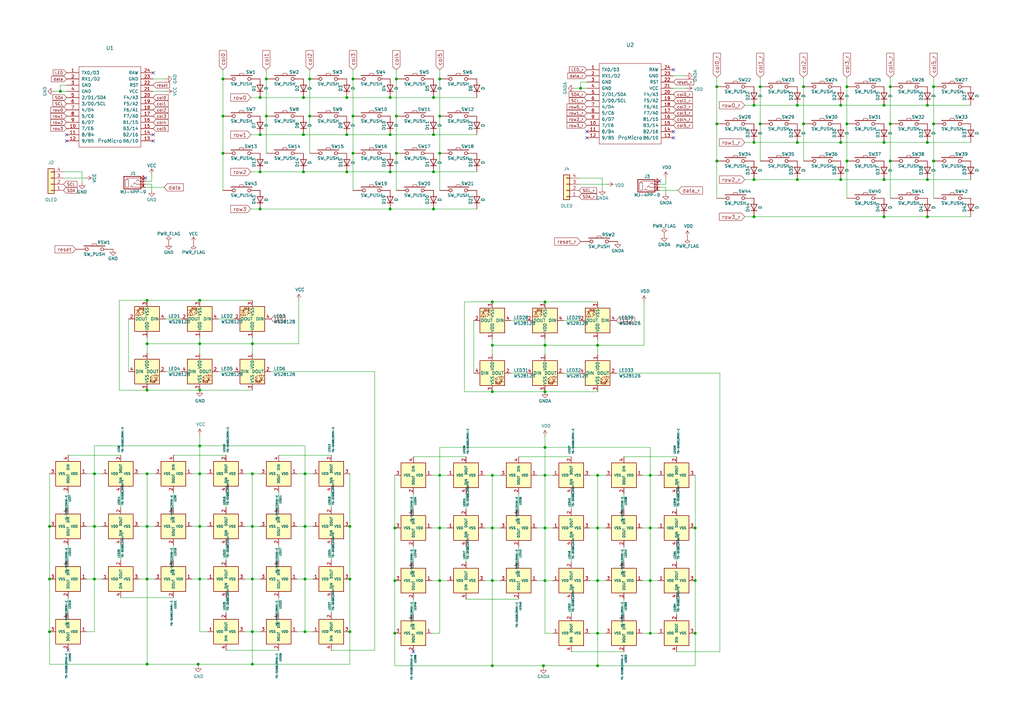
<source format=kicad_sch>
(kicad_sch (version 20200828) (generator eeschema)
  (page 1 1)
  (paper "A3")
  (title_block (title "Corne Cherry") (date "2020-09-28") (rev "3.0.1") (company "foostan"))
  (junction (at 20.32 215.9) (diameter 1.016))
  (junction (at 20.32 237.49) (diameter 1.016))
  (junction (at 20.32 259.08) (diameter 1.016))
  (junction (at 24.765 37.465) (diameter 1.016))
  (junction (at 38.735 194.31) (diameter 1.016))
  (junction (at 38.735 215.9) (diameter 1.016))
  (junction (at 38.735 237.49) (diameter 1.016))
  (junction (at 60.325 123.19) (diameter 1.016))
  (junction (at 60.325 140.97) (diameter 1.016))
  (junction (at 60.325 160.02) (diameter 1.016))
  (junction (at 60.325 194.31) (diameter 1.016))
  (junction (at 60.325 215.9) (diameter 1.016))
  (junction (at 60.325 237.49) (diameter 1.016))
  (junction (at 60.325 272.415) (diameter 1.016))
  (junction (at 81.28 272.415) (diameter 1.016))
  (junction (at 81.915 123.19) (diameter 1.016))
  (junction (at 81.915 140.97) (diameter 1.016))
  (junction (at 81.915 160.02) (diameter 1.016))
  (junction (at 81.915 182.88) (diameter 1.016))
  (junction (at 81.915 194.31) (diameter 1.016))
  (junction (at 81.915 215.9) (diameter 1.016))
  (junction (at 81.915 237.49) (diameter 1.016))
  (junction (at 91.44 32.385) (diameter 1.016))
  (junction (at 91.44 47.625) (diameter 1.016))
  (junction (at 91.44 62.865) (diameter 1.016))
  (junction (at 103.505 140.97) (diameter 1.016))
  (junction (at 103.505 194.31) (diameter 1.016))
  (junction (at 103.505 215.9) (diameter 1.016))
  (junction (at 103.505 237.49) (diameter 1.016))
  (junction (at 103.505 259.08) (diameter 1.016))
  (junction (at 103.505 272.415) (diameter 1.016))
  (junction (at 106.68 40.005) (diameter 1.016))
  (junction (at 106.68 55.245) (diameter 1.016))
  (junction (at 106.68 70.485) (diameter 1.016))
  (junction (at 106.68 85.725) (diameter 1.016))
  (junction (at 109.22 32.385) (diameter 1.016))
  (junction (at 109.22 47.625) (diameter 1.016))
  (junction (at 124.46 40.005) (diameter 1.016))
  (junction (at 124.46 55.245) (diameter 1.016))
  (junction (at 124.46 70.485) (diameter 1.016))
  (junction (at 125.095 194.31) (diameter 1.016))
  (junction (at 125.095 215.9) (diameter 1.016))
  (junction (at 125.095 237.49) (diameter 1.016))
  (junction (at 125.095 259.08) (diameter 1.016))
  (junction (at 127 32.385) (diameter 1.016))
  (junction (at 127 47.625) (diameter 1.016))
  (junction (at 142.24 40.005) (diameter 1.016))
  (junction (at 142.24 55.245) (diameter 1.016))
  (junction (at 142.24 70.485) (diameter 1.016))
  (junction (at 143.51 215.9) (diameter 1.016))
  (junction (at 143.51 237.49) (diameter 1.016))
  (junction (at 143.51 259.08) (diameter 1.016))
  (junction (at 144.78 32.385) (diameter 1.016))
  (junction (at 144.78 47.625) (diameter 1.016))
  (junction (at 144.78 62.865) (diameter 1.016))
  (junction (at 160.02 40.005) (diameter 1.016))
  (junction (at 160.02 55.245) (diameter 1.016))
  (junction (at 160.02 70.485) (diameter 1.016))
  (junction (at 160.02 85.725) (diameter 1.016))
  (junction (at 161.925 216.535) (diameter 1.016))
  (junction (at 161.925 238.125) (diameter 1.016))
  (junction (at 161.925 259.715) (diameter 1.016))
  (junction (at 162.56 32.385) (diameter 1.016))
  (junction (at 162.56 47.625) (diameter 1.016))
  (junction (at 162.56 62.865) (diameter 1.016))
  (junction (at 177.8 40.005) (diameter 1.016))
  (junction (at 177.8 55.245) (diameter 1.016))
  (junction (at 177.8 70.485) (diameter 1.016))
  (junction (at 177.8 85.725) (diameter 1.016))
  (junction (at 180.34 32.385) (diameter 1.016))
  (junction (at 180.34 47.625) (diameter 1.016))
  (junction (at 180.34 62.865) (diameter 1.016))
  (junction (at 180.34 194.945) (diameter 1.016))
  (junction (at 180.34 216.535) (diameter 1.016))
  (junction (at 180.34 238.125) (diameter 1.016))
  (junction (at 201.93 123.825) (diameter 1.016))
  (junction (at 201.93 141.605) (diameter 1.016))
  (junction (at 201.93 160.655) (diameter 1.016))
  (junction (at 201.93 194.945) (diameter 1.016))
  (junction (at 201.93 216.535) (diameter 1.016))
  (junction (at 201.93 238.125) (diameter 1.016))
  (junction (at 201.93 273.05) (diameter 1.016))
  (junction (at 222.885 273.05) (diameter 1.016))
  (junction (at 223.52 123.825) (diameter 1.016))
  (junction (at 223.52 141.605) (diameter 1.016))
  (junction (at 223.52 160.655) (diameter 1.016))
  (junction (at 223.52 183.515) (diameter 1.016))
  (junction (at 223.52 194.945) (diameter 1.016))
  (junction (at 223.52 216.535) (diameter 1.016))
  (junction (at 223.52 238.125) (diameter 1.016))
  (junction (at 238.125 36.195) (diameter 1.016))
  (junction (at 245.11 141.605) (diameter 1.016))
  (junction (at 245.11 194.945) (diameter 1.016))
  (junction (at 245.11 216.535) (diameter 1.016))
  (junction (at 245.11 238.125) (diameter 1.016))
  (junction (at 245.11 259.715) (diameter 1.016))
  (junction (at 245.11 273.05) (diameter 1.016))
  (junction (at 266.7 194.945) (diameter 1.016))
  (junction (at 266.7 216.535) (diameter 1.016))
  (junction (at 266.7 238.125) (diameter 1.016))
  (junction (at 266.7 259.715) (diameter 1.016))
  (junction (at 285.115 216.535) (diameter 1.016))
  (junction (at 285.115 238.125) (diameter 1.016))
  (junction (at 285.115 259.715) (diameter 1.016))
  (junction (at 294.005 35.56) (diameter 1.016))
  (junction (at 294.005 50.8) (diameter 1.016))
  (junction (at 294.005 66.04) (diameter 1.016))
  (junction (at 309.245 43.18) (diameter 1.016))
  (junction (at 309.245 58.42) (diameter 1.016))
  (junction (at 309.245 73.66) (diameter 1.016))
  (junction (at 309.245 88.9) (diameter 1.016))
  (junction (at 311.785 35.56) (diameter 1.016))
  (junction (at 311.785 50.8) (diameter 1.016))
  (junction (at 327.025 43.18) (diameter 1.016))
  (junction (at 327.025 58.42) (diameter 1.016))
  (junction (at 327.025 73.66) (diameter 1.016))
  (junction (at 329.565 35.56) (diameter 1.016))
  (junction (at 329.565 50.8) (diameter 1.016))
  (junction (at 344.805 43.18) (diameter 1.016))
  (junction (at 344.805 58.42) (diameter 1.016))
  (junction (at 344.805 73.66) (diameter 1.016))
  (junction (at 347.345 35.56) (diameter 1.016))
  (junction (at 347.345 50.8) (diameter 1.016))
  (junction (at 347.345 66.04) (diameter 1.016))
  (junction (at 362.585 43.18) (diameter 1.016))
  (junction (at 362.585 58.42) (diameter 1.016))
  (junction (at 362.585 73.66) (diameter 1.016))
  (junction (at 362.585 88.9) (diameter 1.016))
  (junction (at 365.125 35.56) (diameter 1.016))
  (junction (at 365.125 50.8) (diameter 1.016))
  (junction (at 365.125 66.04) (diameter 1.016))
  (junction (at 380.365 43.18) (diameter 1.016))
  (junction (at 380.365 58.42) (diameter 1.016))
  (junction (at 380.365 73.66) (diameter 1.016))
  (junction (at 380.365 88.9) (diameter 1.016))
  (junction (at 382.905 35.56) (diameter 1.016))
  (junction (at 382.905 50.8) (diameter 1.016))
  (junction (at 382.905 66.04) (diameter 1.016))
  (no_connect (at 62.865 55.245))
  (no_connect (at 27.305 55.245))
  (no_connect (at 276.225 53.975))
  (no_connect (at 62.865 57.785))
  (no_connect (at 59.69 73.025))
  (no_connect (at 276.225 28.575))
  (no_connect (at 276.225 56.515))
  (no_connect (at 169.545 267.335))
  (no_connect (at 27.94 266.7))
  (no_connect (at 27.305 57.785))
  (no_connect (at 270.51 74.295))
  (no_connect (at 240.665 56.515))
  (no_connect (at 240.665 53.975))
  (no_connect (at 62.865 29.845))
  (wire (pts (xy 20.32 194.31) (xy 20.32 215.9)))
  (wire (pts (xy 20.32 215.9) (xy 20.32 237.49)))
  (wire (pts (xy 20.32 237.49) (xy 20.32 259.08)))
  (wire (pts (xy 20.32 259.08) (xy 20.32 272.415)))
  (wire (pts (xy 22.225 37.465) (xy 24.765 37.465)))
  (wire (pts (xy 24.765 34.925) (xy 24.765 37.465)))
  (wire (pts (xy 24.765 37.465) (xy 27.305 37.465)))
  (wire (pts (xy 26.035 73.025) (xy 34.925 73.025)))
  (wire (pts (xy 27.305 34.925) (xy 24.765 34.925)))
  (wire (pts (xy 27.94 201.93) (xy 27.94 208.28)))
  (wire (pts (xy 27.94 223.52) (xy 27.94 229.87)))
  (wire (pts (xy 27.94 245.11) (xy 27.94 251.46)))
  (wire (pts (xy 33.655 70.485) (xy 26.035 70.485)))
  (wire (pts (xy 33.655 74.93) (xy 33.655 70.485)))
  (wire (pts (xy 35.56 194.31) (xy 38.735 194.31)))
  (wire (pts (xy 35.56 215.9) (xy 38.735 215.9)))
  (wire (pts (xy 35.56 237.49) (xy 38.735 237.49)))
  (wire (pts (xy 38.735 194.31) (xy 38.735 182.88)))
  (wire (pts (xy 38.735 194.31) (xy 41.91 194.31)))
  (wire (pts (xy 38.735 215.9) (xy 38.735 194.31)))
  (wire (pts (xy 38.735 215.9) (xy 41.91 215.9)))
  (wire (pts (xy 38.735 237.49) (xy 38.735 215.9)))
  (wire (pts (xy 38.735 237.49) (xy 38.735 259.08)))
  (wire (pts (xy 38.735 259.08) (xy 35.56 259.08)))
  (wire (pts (xy 41.91 237.49) (xy 38.735 237.49)))
  (wire (pts (xy 48.895 123.19) (xy 48.895 160.02)))
  (wire (pts (xy 48.895 160.02) (xy 60.325 160.02)))
  (wire (pts (xy 49.53 186.69) (xy 27.94 186.69)))
  (wire (pts (xy 49.53 208.28) (xy 49.53 201.93)))
  (wire (pts (xy 49.53 229.87) (xy 49.53 223.52)))
  (wire (pts (xy 52.705 130.81) (xy 52.705 152.4)))
  (wire (pts (xy 57.15 194.31) (xy 60.325 194.31)))
  (wire (pts (xy 57.15 215.9) (xy 60.325 215.9)))
  (wire (pts (xy 57.15 237.49) (xy 60.325 237.49)))
  (wire (pts (xy 59.69 74.295) (xy 62.23 74.295)))
  (wire (pts (xy 59.69 75.565) (xy 62.23 75.565)))
  (wire (pts (xy 59.69 76.835) (xy 67.31 76.835)))
  (wire (pts (xy 60.325 123.19) (xy 48.895 123.19)))
  (wire (pts (xy 60.325 138.43) (xy 60.325 140.97)))
  (wire (pts (xy 60.325 140.97) (xy 60.325 144.78)))
  (wire (pts (xy 60.325 140.97) (xy 81.915 140.97)))
  (wire (pts (xy 60.325 160.02) (xy 81.915 160.02)))
  (wire (pts (xy 60.325 194.31) (xy 60.325 215.9)))
  (wire (pts (xy 60.325 215.9) (xy 60.325 237.49)))
  (wire (pts (xy 60.325 215.9) (xy 63.5 215.9)))
  (wire (pts (xy 60.325 237.49) (xy 60.325 272.415)))
  (wire (pts (xy 60.325 237.49) (xy 63.5 237.49)))
  (wire (pts (xy 60.325 272.415) (xy 20.32 272.415)))
  (wire (pts (xy 60.325 272.415) (xy 81.28 272.415)))
  (wire (pts (xy 62.23 74.295) (xy 62.23 71.755)))
  (wire (pts (xy 62.23 75.565) (xy 62.23 78.105)))
  (wire (pts (xy 62.865 32.385) (xy 67.945 32.385)))
  (wire (pts (xy 62.865 37.465) (xy 67.945 37.465)))
  (wire (pts (xy 63.5 194.31) (xy 60.325 194.31)))
  (wire (pts (xy 67.945 152.4) (xy 74.295 152.4)))
  (wire (pts (xy 71.12 208.28) (xy 71.12 201.93)))
  (wire (pts (xy 71.12 223.52) (xy 71.12 229.87)))
  (wire (pts (xy 71.12 245.11) (xy 49.53 245.11)))
  (wire (pts (xy 74.295 130.81) (xy 67.945 130.81)))
  (wire (pts (xy 78.74 194.31) (xy 81.915 194.31)))
  (wire (pts (xy 78.74 215.9) (xy 81.915 215.9)))
  (wire (pts (xy 78.74 237.49) (xy 81.915 237.49)))
  (wire (pts (xy 81.28 272.415) (xy 81.28 273.05)))
  (wire (pts (xy 81.28 272.415) (xy 103.505 272.415)))
  (wire (pts (xy 81.915 123.19) (xy 60.325 123.19)))
  (wire (pts (xy 81.915 138.43) (xy 81.915 140.97)))
  (wire (pts (xy 81.915 140.97) (xy 81.915 144.78)))
  (wire (pts (xy 81.915 140.97) (xy 103.505 140.97)))
  (wire (pts (xy 81.915 160.02) (xy 103.505 160.02)))
  (wire (pts (xy 81.915 178.435) (xy 81.915 182.88)))
  (wire (pts (xy 81.915 182.88) (xy 38.735 182.88)))
  (wire (pts (xy 81.915 194.31) (xy 81.915 182.88)))
  (wire (pts (xy 81.915 194.31) (xy 85.09 194.31)))
  (wire (pts (xy 81.915 215.9) (xy 81.915 194.31)))
  (wire (pts (xy 81.915 215.9) (xy 85.09 215.9)))
  (wire (pts (xy 81.915 237.49) (xy 81.915 215.9)))
  (wire (pts (xy 81.915 237.49) (xy 81.915 259.08)))
  (wire (pts (xy 81.915 237.49) (xy 85.09 237.49)))
  (wire (pts (xy 81.915 259.08) (xy 85.09 259.08)))
  (wire (pts (xy 89.535 152.4) (xy 95.885 152.4)))
  (wire (pts (xy 91.44 28.575) (xy 91.44 32.385)))
  (wire (pts (xy 91.44 32.385) (xy 91.44 47.625)))
  (wire (pts (xy 91.44 47.625) (xy 91.44 62.865)))
  (wire (pts (xy 91.44 62.865) (xy 91.44 78.105)))
  (wire (pts (xy 92.71 186.69) (xy 71.12 186.69)))
  (wire (pts (xy 92.71 208.28) (xy 92.71 201.93)))
  (wire (pts (xy 92.71 229.87) (xy 92.71 223.52)))
  (wire (pts (xy 92.71 251.46) (xy 92.71 245.11)))
  (wire (pts (xy 95.885 130.81) (xy 89.535 130.81)))
  (wire (pts (xy 100.33 194.31) (xy 103.505 194.31)))
  (wire (pts (xy 100.33 215.9) (xy 103.505 215.9)))
  (wire (pts (xy 100.33 237.49) (xy 103.505 237.49)))
  (wire (pts (xy 102.87 40.005) (xy 106.68 40.005)))
  (wire (pts (xy 102.87 55.245) (xy 106.68 55.245)))
  (wire (pts (xy 102.87 70.485) (xy 106.68 70.485)))
  (wire (pts (xy 102.87 85.725) (xy 106.68 85.725)))
  (wire (pts (xy 103.505 123.19) (xy 81.915 123.19)))
  (wire (pts (xy 103.505 138.43) (xy 103.505 140.97)))
  (wire (pts (xy 103.505 140.97) (xy 103.505 144.78)))
  (wire (pts (xy 103.505 140.97) (xy 122.555 140.97)))
  (wire (pts (xy 103.505 194.31) (xy 103.505 215.9)))
  (wire (pts (xy 103.505 215.9) (xy 103.505 237.49)))
  (wire (pts (xy 103.505 215.9) (xy 106.68 215.9)))
  (wire (pts (xy 103.505 237.49) (xy 103.505 259.08)))
  (wire (pts (xy 103.505 237.49) (xy 106.68 237.49)))
  (wire (pts (xy 103.505 259.08) (xy 100.33 259.08)))
  (wire (pts (xy 103.505 259.08) (xy 103.505 272.415)))
  (wire (pts (xy 106.68 40.005) (xy 124.46 40.005)))
  (wire (pts (xy 106.68 55.245) (xy 124.46 55.245)))
  (wire (pts (xy 106.68 70.485) (xy 124.46 70.485)))
  (wire (pts (xy 106.68 85.725) (xy 160.02 85.725)))
  (wire (pts (xy 106.68 194.31) (xy 103.505 194.31)))
  (wire (pts (xy 106.68 259.08) (xy 103.505 259.08)))
  (wire (pts (xy 109.22 28.575) (xy 109.22 32.385)))
  (wire (pts (xy 109.22 32.385) (xy 109.22 47.625)))
  (wire (pts (xy 109.22 47.625) (xy 109.22 62.865)))
  (wire (pts (xy 111.125 152.4) (xy 153.67 152.4)))
  (wire (pts (xy 114.3 201.93) (xy 114.3 208.28)))
  (wire (pts (xy 114.3 223.52) (xy 114.3 229.87)))
  (wire (pts (xy 114.3 245.11) (xy 114.3 251.46)))
  (wire (pts (xy 114.3 266.7) (xy 92.71 266.7)))
  (wire (pts (xy 121.92 215.9) (xy 125.095 215.9)))
  (wire (pts (xy 121.92 237.49) (xy 125.095 237.49)))
  (wire (pts (xy 122.555 140.97) (xy 122.555 123.19)))
  (wire (pts (xy 124.46 40.005) (xy 142.24 40.005)))
  (wire (pts (xy 124.46 55.245) (xy 142.24 55.245)))
  (wire (pts (xy 124.46 70.485) (xy 142.24 70.485)))
  (wire (pts (xy 125.095 182.88) (xy 81.915 182.88)))
  (wire (pts (xy 125.095 182.88) (xy 125.095 194.31)))
  (wire (pts (xy 125.095 194.31) (xy 121.92 194.31)))
  (wire (pts (xy 125.095 194.31) (xy 125.095 215.9)))
  (wire (pts (xy 125.095 215.9) (xy 128.27 215.9)))
  (wire (pts (xy 125.095 237.49) (xy 125.095 215.9)))
  (wire (pts (xy 125.095 237.49) (xy 128.27 237.49)))
  (wire (pts (xy 125.095 259.08) (xy 121.92 259.08)))
  (wire (pts (xy 125.095 259.08) (xy 125.095 237.49)))
  (wire (pts (xy 127 28.575) (xy 127 32.385)))
  (wire (pts (xy 127 32.385) (xy 127 47.625)))
  (wire (pts (xy 127 47.625) (xy 127 62.865)))
  (wire (pts (xy 128.27 194.31) (xy 125.095 194.31)))
  (wire (pts (xy 128.27 259.08) (xy 125.095 259.08)))
  (wire (pts (xy 135.89 186.69) (xy 114.3 186.69)))
  (wire (pts (xy 135.89 201.93) (xy 135.89 208.28)))
  (wire (pts (xy 135.89 223.52) (xy 135.89 229.87)))
  (wire (pts (xy 135.89 245.11) (xy 135.89 251.46)))
  (wire (pts (xy 142.24 40.005) (xy 160.02 40.005)))
  (wire (pts (xy 142.24 55.245) (xy 160.02 55.245)))
  (wire (pts (xy 142.24 70.485) (xy 160.02 70.485)))
  (wire (pts (xy 143.51 194.31) (xy 143.51 215.9)))
  (wire (pts (xy 143.51 215.9) (xy 143.51 237.49)))
  (wire (pts (xy 143.51 237.49) (xy 143.51 259.08)))
  (wire (pts (xy 143.51 259.08) (xy 143.51 272.415)))
  (wire (pts (xy 143.51 272.415) (xy 103.505 272.415)))
  (wire (pts (xy 144.78 28.575) (xy 144.78 32.385)))
  (wire (pts (xy 144.78 32.385) (xy 144.78 47.625)))
  (wire (pts (xy 144.78 47.625) (xy 144.78 62.865)))
  (wire (pts (xy 144.78 62.865) (xy 144.78 78.105)))
  (wire (pts (xy 153.67 152.4) (xy 153.67 266.7)))
  (wire (pts (xy 153.67 266.7) (xy 135.89 266.7)))
  (wire (pts (xy 160.02 40.005) (xy 177.8 40.005)))
  (wire (pts (xy 160.02 55.245) (xy 177.8 55.245)))
  (wire (pts (xy 160.02 70.485) (xy 177.8 70.485)))
  (wire (pts (xy 160.02 85.725) (xy 177.8 85.725)))
  (wire (pts (xy 161.925 194.945) (xy 161.925 216.535)))
  (wire (pts (xy 161.925 216.535) (xy 161.925 238.125)))
  (wire (pts (xy 161.925 238.125) (xy 161.925 259.715)))
  (wire (pts (xy 161.925 259.715) (xy 161.925 273.05)))
  (wire (pts (xy 162.56 28.575) (xy 162.56 32.385)))
  (wire (pts (xy 162.56 32.385) (xy 162.56 47.625)))
  (wire (pts (xy 162.56 47.625) (xy 162.56 62.865)))
  (wire (pts (xy 162.56 62.865) (xy 162.56 78.105)))
  (wire (pts (xy 169.545 202.565) (xy 169.545 208.915)))
  (wire (pts (xy 169.545 224.155) (xy 169.545 230.505)))
  (wire (pts (xy 169.545 245.745) (xy 169.545 252.095)))
  (wire (pts (xy 177.165 194.945) (xy 180.34 194.945)))
  (wire (pts (xy 177.165 216.535) (xy 180.34 216.535)))
  (wire (pts (xy 177.165 238.125) (xy 180.34 238.125)))
  (wire (pts (xy 177.165 259.715) (xy 180.34 259.715)))
  (wire (pts (xy 177.8 40.005) (xy 195.58 40.005)))
  (wire (pts (xy 177.8 55.245) (xy 195.58 55.245)))
  (wire (pts (xy 177.8 70.485) (xy 195.58 70.485)))
  (wire (pts (xy 177.8 85.725) (xy 195.58 85.725)))
  (wire (pts (xy 180.34 28.575) (xy 180.34 32.385)))
  (wire (pts (xy 180.34 32.385) (xy 180.34 47.625)))
  (wire (pts (xy 180.34 47.625) (xy 180.34 62.865)))
  (wire (pts (xy 180.34 62.865) (xy 180.34 78.105)))
  (wire (pts (xy 180.34 194.945) (xy 180.34 183.515)))
  (wire (pts (xy 180.34 194.945) (xy 183.515 194.945)))
  (wire (pts (xy 180.34 216.535) (xy 180.34 194.945)))
  (wire (pts (xy 180.34 216.535) (xy 183.515 216.535)))
  (wire (pts (xy 180.34 238.125) (xy 180.34 216.535)))
  (wire (pts (xy 180.34 259.715) (xy 180.34 238.125)))
  (wire (pts (xy 183.515 238.125) (xy 180.34 238.125)))
  (wire (pts (xy 190.5 123.825) (xy 190.5 160.655)))
  (wire (pts (xy 190.5 160.655) (xy 201.93 160.655)))
  (wire (pts (xy 191.135 187.325) (xy 169.545 187.325)))
  (wire (pts (xy 191.135 208.915) (xy 191.135 202.565)))
  (wire (pts (xy 191.135 230.505) (xy 191.135 224.155)))
  (wire (pts (xy 194.31 131.445) (xy 194.31 153.035)))
  (wire (pts (xy 198.755 194.945) (xy 201.93 194.945)))
  (wire (pts (xy 198.755 216.535) (xy 201.93 216.535)))
  (wire (pts (xy 198.755 238.125) (xy 201.93 238.125)))
  (wire (pts (xy 201.93 123.825) (xy 190.5 123.825)))
  (wire (pts (xy 201.93 139.065) (xy 201.93 141.605)))
  (wire (pts (xy 201.93 141.605) (xy 201.93 145.415)))
  (wire (pts (xy 201.93 141.605) (xy 223.52 141.605)))
  (wire (pts (xy 201.93 160.655) (xy 223.52 160.655)))
  (wire (pts (xy 201.93 194.945) (xy 201.93 216.535)))
  (wire (pts (xy 201.93 216.535) (xy 201.93 238.125)))
  (wire (pts (xy 201.93 216.535) (xy 205.105 216.535)))
  (wire (pts (xy 201.93 238.125) (xy 201.93 273.05)))
  (wire (pts (xy 201.93 238.125) (xy 205.105 238.125)))
  (wire (pts (xy 201.93 273.05) (xy 161.925 273.05)))
  (wire (pts (xy 201.93 273.05) (xy 222.885 273.05)))
  (wire (pts (xy 205.105 194.945) (xy 201.93 194.945)))
  (wire (pts (xy 209.55 153.035) (xy 215.9 153.035)))
  (wire (pts (xy 212.725 208.915) (xy 212.725 202.565)))
  (wire (pts (xy 212.725 224.155) (xy 212.725 230.505)))
  (wire (pts (xy 212.725 245.745) (xy 191.135 245.745)))
  (wire (pts (xy 215.9 131.445) (xy 209.55 131.445)))
  (wire (pts (xy 220.345 194.945) (xy 223.52 194.945)))
  (wire (pts (xy 220.345 216.535) (xy 223.52 216.535)))
  (wire (pts (xy 220.345 238.125) (xy 223.52 238.125)))
  (wire (pts (xy 222.885 273.05) (xy 222.885 273.685)))
  (wire (pts (xy 222.885 273.05) (xy 245.11 273.05)))
  (wire (pts (xy 223.52 123.825) (xy 201.93 123.825)))
  (wire (pts (xy 223.52 139.065) (xy 223.52 141.605)))
  (wire (pts (xy 223.52 141.605) (xy 223.52 145.415)))
  (wire (pts (xy 223.52 141.605) (xy 245.11 141.605)))
  (wire (pts (xy 223.52 160.655) (xy 245.11 160.655)))
  (wire (pts (xy 223.52 179.07) (xy 223.52 183.515)))
  (wire (pts (xy 223.52 183.515) (xy 180.34 183.515)))
  (wire (pts (xy 223.52 194.945) (xy 223.52 183.515)))
  (wire (pts (xy 223.52 194.945) (xy 226.695 194.945)))
  (wire (pts (xy 223.52 216.535) (xy 223.52 194.945)))
  (wire (pts (xy 223.52 216.535) (xy 226.695 216.535)))
  (wire (pts (xy 223.52 238.125) (xy 223.52 216.535)))
  (wire (pts (xy 223.52 238.125) (xy 223.52 259.715)))
  (wire (pts (xy 223.52 238.125) (xy 226.695 238.125)))
  (wire (pts (xy 223.52 259.715) (xy 226.695 259.715)))
  (wire (pts (xy 231.14 153.035) (xy 237.49 153.035)))
  (wire (pts (xy 234.315 187.325) (xy 212.725 187.325)))
  (wire (pts (xy 234.315 208.915) (xy 234.315 202.565)))
  (wire (pts (xy 234.315 230.505) (xy 234.315 224.155)))
  (wire (pts (xy 234.315 252.095) (xy 234.315 245.745)))
  (wire (pts (xy 235.585 36.195) (xy 238.125 36.195)))
  (wire (pts (xy 237.49 73.025) (xy 247.015 73.025)))
  (wire (pts (xy 237.49 75.565) (xy 248.92 75.565)))
  (wire (pts (xy 237.49 131.445) (xy 231.14 131.445)))
  (wire (pts (xy 238.125 33.655) (xy 238.125 36.195)))
  (wire (pts (xy 238.125 36.195) (xy 240.665 36.195)))
  (wire (pts (xy 240.665 33.655) (xy 238.125 33.655)))
  (wire (pts (xy 241.935 194.945) (xy 245.11 194.945)))
  (wire (pts (xy 241.935 216.535) (xy 245.11 216.535)))
  (wire (pts (xy 241.935 238.125) (xy 245.11 238.125)))
  (wire (pts (xy 245.11 123.825) (xy 223.52 123.825)))
  (wire (pts (xy 245.11 139.065) (xy 245.11 141.605)))
  (wire (pts (xy 245.11 141.605) (xy 245.11 145.415)))
  (wire (pts (xy 245.11 141.605) (xy 264.16 141.605)))
  (wire (pts (xy 245.11 194.945) (xy 245.11 216.535)))
  (wire (pts (xy 245.11 216.535) (xy 245.11 238.125)))
  (wire (pts (xy 245.11 216.535) (xy 248.285 216.535)))
  (wire (pts (xy 245.11 238.125) (xy 245.11 259.715)))
  (wire (pts (xy 245.11 238.125) (xy 248.285 238.125)))
  (wire (pts (xy 245.11 259.715) (xy 241.935 259.715)))
  (wire (pts (xy 245.11 259.715) (xy 245.11 273.05)))
  (wire (pts (xy 247.015 73.025) (xy 247.015 77.47)))
  (wire (pts (xy 248.285 194.945) (xy 245.11 194.945)))
  (wire (pts (xy 248.285 259.715) (xy 245.11 259.715)))
  (wire (pts (xy 252.73 153.035) (xy 295.275 153.035)))
  (wire (pts (xy 255.905 202.565) (xy 255.905 208.915)))
  (wire (pts (xy 255.905 224.155) (xy 255.905 230.505)))
  (wire (pts (xy 255.905 245.745) (xy 255.905 252.095)))
  (wire (pts (xy 255.905 267.335) (xy 234.315 267.335)))
  (wire (pts (xy 263.525 216.535) (xy 266.7 216.535)))
  (wire (pts (xy 263.525 238.125) (xy 266.7 238.125)))
  (wire (pts (xy 264.16 141.605) (xy 264.16 123.825)))
  (wire (pts (xy 266.7 183.515) (xy 223.52 183.515)))
  (wire (pts (xy 266.7 183.515) (xy 266.7 194.945)))
  (wire (pts (xy 266.7 194.945) (xy 263.525 194.945)))
  (wire (pts (xy 266.7 194.945) (xy 266.7 216.535)))
  (wire (pts (xy 266.7 216.535) (xy 269.875 216.535)))
  (wire (pts (xy 266.7 238.125) (xy 266.7 216.535)))
  (wire (pts (xy 266.7 238.125) (xy 269.875 238.125)))
  (wire (pts (xy 266.7 259.715) (xy 263.525 259.715)))
  (wire (pts (xy 266.7 259.715) (xy 266.7 238.125)))
  (wire (pts (xy 269.875 194.945) (xy 266.7 194.945)))
  (wire (pts (xy 269.875 259.715) (xy 266.7 259.715)))
  (wire (pts (xy 270.51 75.565) (xy 273.05 75.565)))
  (wire (pts (xy 270.51 76.835) (xy 273.05 76.835)))
  (wire (pts (xy 270.51 78.105) (xy 278.13 78.105)))
  (wire (pts (xy 273.05 75.565) (xy 273.05 73.025)))
  (wire (pts (xy 273.05 76.835) (xy 273.05 79.375)))
  (wire (pts (xy 276.225 31.115) (xy 281.305 31.115)))
  (wire (pts (xy 276.225 36.195) (xy 281.305 36.195)))
  (wire (pts (xy 277.495 187.325) (xy 255.905 187.325)))
  (wire (pts (xy 277.495 202.565) (xy 277.495 208.915)))
  (wire (pts (xy 277.495 224.155) (xy 277.495 230.505)))
  (wire (pts (xy 277.495 245.745) (xy 277.495 252.095)))
  (wire (pts (xy 285.115 194.945) (xy 285.115 216.535)))
  (wire (pts (xy 285.115 216.535) (xy 285.115 238.125)))
  (wire (pts (xy 285.115 238.125) (xy 285.115 259.715)))
  (wire (pts (xy 285.115 259.715) (xy 285.115 273.05)))
  (wire (pts (xy 285.115 273.05) (xy 245.11 273.05)))
  (wire (pts (xy 294.005 31.75) (xy 294.005 35.56)))
  (wire (pts (xy 294.005 35.56) (xy 294.005 50.8)))
  (wire (pts (xy 294.005 50.8) (xy 294.005 66.04)))
  (wire (pts (xy 294.005 66.04) (xy 294.005 81.28)))
  (wire (pts (xy 295.275 153.035) (xy 295.275 267.335)))
  (wire (pts (xy 295.275 267.335) (xy 277.495 267.335)))
  (wire (pts (xy 305.435 43.18) (xy 309.245 43.18)))
  (wire (pts (xy 305.435 58.42) (xy 309.245 58.42)))
  (wire (pts (xy 305.435 73.66) (xy 309.245 73.66)))
  (wire (pts (xy 305.435 88.9) (xy 309.245 88.9)))
  (wire (pts (xy 309.245 43.18) (xy 327.025 43.18)))
  (wire (pts (xy 309.245 58.42) (xy 327.025 58.42)))
  (wire (pts (xy 309.245 73.66) (xy 327.025 73.66)))
  (wire (pts (xy 309.245 88.9) (xy 362.585 88.9)))
  (wire (pts (xy 311.785 31.75) (xy 311.785 35.56)))
  (wire (pts (xy 311.785 35.56) (xy 311.785 50.8)))
  (wire (pts (xy 311.785 50.8) (xy 311.785 66.04)))
  (wire (pts (xy 327.025 43.18) (xy 344.805 43.18)))
  (wire (pts (xy 327.025 58.42) (xy 344.805 58.42)))
  (wire (pts (xy 327.025 73.66) (xy 344.805 73.66)))
  (wire (pts (xy 329.565 31.75) (xy 329.565 35.56)))
  (wire (pts (xy 329.565 35.56) (xy 329.565 50.8)))
  (wire (pts (xy 329.565 50.8) (xy 329.565 66.04)))
  (wire (pts (xy 344.805 43.18) (xy 362.585 43.18)))
  (wire (pts (xy 344.805 58.42) (xy 362.585 58.42)))
  (wire (pts (xy 344.805 73.66) (xy 362.585 73.66)))
  (wire (pts (xy 347.345 31.75) (xy 347.345 35.56)))
  (wire (pts (xy 347.345 35.56) (xy 347.345 50.8)))
  (wire (pts (xy 347.345 50.8) (xy 347.345 66.04)))
  (wire (pts (xy 347.345 66.04) (xy 347.345 81.28)))
  (wire (pts (xy 362.585 43.18) (xy 380.365 43.18)))
  (wire (pts (xy 362.585 58.42) (xy 380.365 58.42)))
  (wire (pts (xy 362.585 73.66) (xy 380.365 73.66)))
  (wire (pts (xy 362.585 88.9) (xy 380.365 88.9)))
  (wire (pts (xy 365.125 31.75) (xy 365.125 35.56)))
  (wire (pts (xy 365.125 35.56) (xy 365.125 50.8)))
  (wire (pts (xy 365.125 50.8) (xy 365.125 66.04)))
  (wire (pts (xy 365.125 66.04) (xy 365.125 81.28)))
  (wire (pts (xy 380.365 43.18) (xy 398.145 43.18)))
  (wire (pts (xy 380.365 58.42) (xy 398.145 58.42)))
  (wire (pts (xy 380.365 73.66) (xy 398.145 73.66)))
  (wire (pts (xy 380.365 88.9) (xy 398.145 88.9)))
  (wire (pts (xy 382.905 31.75) (xy 382.905 35.56)))
  (wire (pts (xy 382.905 35.56) (xy 382.905 50.8)))
  (wire (pts (xy 382.905 50.8) (xy 382.905 66.04)))
  (wire (pts (xy 382.905 66.04) (xy 382.905 81.28)))
  (global_label "SCL" (shape input) (at 26.035 75.565 0) (effects (font (size 1.1938 1.1938))))
  (global_label "SDA" (shape input) (at 26.035 78.105 0) (effects (font (size 1.1938 1.1938))))
  (global_label "LED" (shape input) (at 27.305 29.845 180) (effects (font (size 1.1938 1.1938))))
  (global_label "data" (shape input) (at 27.305 32.385 180) (effects (font (size 1.1938 1.1938))))
  (global_label "SDA" (shape input) (at 27.305 40.005 180) (effects (font (size 1.1938 1.1938))))
  (global_label "SCL" (shape input) (at 27.305 42.545 180) (effects (font (size 1.1938 1.1938))))
  (global_label "row0" (shape input) (at 27.305 45.085 180) (effects (font (size 1.1938 1.1938))))
  (global_label "row1" (shape input) (at 27.305 47.625 180) (effects (font (size 1.1938 1.1938))))
  (global_label "row2" (shape input) (at 27.305 50.165 180) (effects (font (size 1.1938 1.1938))))
  (global_label "row3" (shape input) (at 27.305 52.705 180) (effects (font (size 1.1938 1.1938))))
  (global_label "reset" (shape input) (at 31.115 102.235 180) (effects (font (size 1.524 1.524))))
  (global_label "reset" (shape input) (at 62.865 34.925 0) (effects (font (size 1.1938 1.1938))))
  (global_label "col0" (shape input) (at 62.865 40.005 0) (effects (font (size 1.1938 1.1938))))
  (global_label "col1" (shape input) (at 62.865 42.545 0) (effects (font (size 1.1938 1.1938))))
  (global_label "col2" (shape input) (at 62.865 45.085 0) (effects (font (size 1.1938 1.1938))))
  (global_label "col3" (shape input) (at 62.865 47.625 0) (effects (font (size 1.1938 1.1938))))
  (global_label "col4" (shape input) (at 62.865 50.165 0) (effects (font (size 1.1938 1.1938))))
  (global_label "col5" (shape input) (at 62.865 52.705 0) (effects (font (size 1.1938 1.1938))))
  (global_label "data" (shape input) (at 67.31 76.835 0) (effects (font (size 1.524 1.524))))
  (global_label "col0" (shape input) (at 91.44 28.575 90) (effects (font (size 1.524 1.524))))
  (global_label "row0" (shape input) (at 102.87 40.005 180) (effects (font (size 1.524 1.524))))
  (global_label "row1" (shape input) (at 102.87 55.245 180) (effects (font (size 1.524 1.524))))
  (global_label "row2" (shape input) (at 102.87 70.485 180) (effects (font (size 1.524 1.524))))
  (global_label "row3" (shape input) (at 102.87 85.725 180) (effects (font (size 1.524 1.524))))
  (global_label "col1" (shape input) (at 109.22 28.575 90) (effects (font (size 1.524 1.524))))
  (global_label "LED" (shape input) (at 111.125 130.81 0))
  (global_label "col2" (shape input) (at 127 28.575 90) (effects (font (size 1.524 1.524))))
  (global_label "col3" (shape input) (at 144.78 28.575 90) (effects (font (size 1.524 1.524))))
  (global_label "col4" (shape input) (at 162.56 28.575 90) (effects (font (size 1.524 1.524))))
  (global_label "col5" (shape input) (at 180.34 28.575 90) (effects (font (size 1.524 1.524))))
  (global_label "SCL_r" (shape input) (at 237.49 78.105 0) (effects (font (size 1.1938 1.1938))))
  (global_label "SDA_r" (shape input) (at 237.49 80.645 0) (effects (font (size 1.1938 1.1938))))
  (global_label "reset_r" (shape input) (at 238.125 99.06 180) (effects (font (size 1.524 1.524))))
  (global_label "LED_r" (shape input) (at 240.665 28.575 180) (effects (font (size 1.1938 1.1938))))
  (global_label "data_r" (shape input) (at 240.665 31.115 180) (effects (font (size 1.1938 1.1938))))
  (global_label "SDA_r" (shape input) (at 240.665 38.735 180) (effects (font (size 1.1938 1.1938))))
  (global_label "SCL_r" (shape input) (at 240.665 41.275 180) (effects (font (size 1.1938 1.1938))))
  (global_label "row0_r" (shape input) (at 240.665 43.815 180) (effects (font (size 1.1938 1.1938))))
  (global_label "row1_r" (shape input) (at 240.665 46.355 180) (effects (font (size 1.1938 1.1938))))
  (global_label "row2_r" (shape input) (at 240.665 48.895 180) (effects (font (size 1.1938 1.1938))))
  (global_label "row3_r" (shape input) (at 240.665 51.435 180) (effects (font (size 1.1938 1.1938))))
  (global_label "LED_r" (shape input) (at 252.73 131.445 0))
  (global_label "reset_r" (shape input) (at 276.225 33.655 0) (effects (font (size 1.1938 1.1938))))
  (global_label "col0_r" (shape input) (at 276.225 38.735 0) (effects (font (size 1.1938 1.1938))))
  (global_label "col1_r" (shape input) (at 276.225 41.275 0) (effects (font (size 1.1938 1.1938))))
  (global_label "col2_r" (shape input) (at 276.225 43.815 0) (effects (font (size 1.1938 1.1938))))
  (global_label "col3_r" (shape input) (at 276.225 46.355 0) (effects (font (size 1.1938 1.1938))))
  (global_label "col4_r" (shape input) (at 276.225 48.895 0) (effects (font (size 1.1938 1.1938))))
  (global_label "col5_r" (shape input) (at 276.225 51.435 0) (effects (font (size 1.1938 1.1938))))
  (global_label "data_r" (shape input) (at 278.13 78.105 0) (effects (font (size 1.524 1.524))))
  (global_label "col0_r" (shape input) (at 294.005 31.75 90) (effects (font (size 1.524 1.524))))
  (global_label "row0_r" (shape input) (at 305.435 43.18 180) (effects (font (size 1.524 1.524))))
  (global_label "row1_r" (shape input) (at 305.435 58.42 180) (effects (font (size 1.524 1.524))))
  (global_label "row2_r" (shape input) (at 305.435 73.66 180) (effects (font (size 1.524 1.524))))
  (global_label "row3_r" (shape input) (at 305.435 88.9 180) (effects (font (size 1.524 1.524))))
  (global_label "col1_r" (shape input) (at 311.785 31.75 90) (effects (font (size 1.524 1.524))))
  (global_label "col2_r" (shape input) (at 329.565 31.75 90) (effects (font (size 1.524 1.524))))
  (global_label "col3_r" (shape input) (at 347.345 31.75 90) (effects (font (size 1.524 1.524))))
  (global_label "col4_r" (shape input) (at 365.125 31.75 90) (effects (font (size 1.524 1.524))))
  (global_label "col5_r" (shape input) (at 382.905 31.75 90) (effects (font (size 1.524 1.524))))
  (symbol (lib_id "power:PWR_FLAG") (at 69.215 99.695 0) (unit 1)
    (property "Reference" "#FLG01" (effects hide))
    (property "Value" "PWR_FLAG" (at 69.215 95.885 0))
  )
  (symbol (lib_id "power:PWR_FLAG") (at 79.375 99.695 180) (unit 1)
    (property "Reference" "#FLG02" (effects hide))
    (property "Value" "PWR_FLAG" (at 79.375 103.505 0))
  )
  (symbol (lib_id "power:PWR_FLAG") (at 272.415 96.52 0) (unit 1)
    (property "Reference" "#FLG03" (effects hide))
    (property "Value" "PWR_FLAG" (at 272.415 92.71 0))
  )
  (symbol (lib_id "power:PWR_FLAG") (at 281.94 97.155 180) (unit 1)
    (property "Reference" "#FLG04" (effects hide))
    (property "Value" "PWR_FLAG" (at 281.94 100.965 0))
  )
  (symbol (lib_id "power:VCC") (at 34.925 73.025 270) (unit 1)
    (property "Reference" "#PWR012" (effects hide))
    (property "Value" "VCC" (at 38.735 73.025 0))
  )
  (symbol (lib_id "power:VCC") (at 62.23 71.755 0) (unit 1)
    (property "Reference" "#PWR010" (effects hide))
    (property "Value" "VCC" (at 62.23 67.945 0))
  )
  (symbol (lib_id "power:VCC") (at 67.945 37.465 270) (unit 1)
    (property "Reference" "#PWR09" (effects hide))
    (property "Value" "VCC" (at 71.755 37.465 0))
  )
  (symbol (lib_id "power:VCC") (at 79.375 99.695 0) (unit 1)
    (property "Reference" "#PWR05" (effects hide))
    (property "Value" "VCC" (at 79.375 95.885 0))
  )
  (symbol (lib_id "power:VCC") (at 81.915 178.435 0) (unit 1)
    (property "Reference" "#PWR03" (effects hide))
    (property "Value" "VCC" (at 82.3468 174.0408 0))
  )
  (symbol (lib_id "power:VCC") (at 122.555 123.19 0) (unit 1)
    (property "Reference" "#PWR01" (effects hide))
    (property "Value" "VCC" (at 122.9868 118.7958 0))
  )
  (symbol (lib_id "power:VDD") (at 223.52 179.07 0) (unit 1)
    (property "Reference" "#PWR027" (effects hide))
    (property "Value" "VDD" (at 223.9518 174.6758 0))
  )
  (symbol (lib_id "power:VDD") (at 248.92 75.565 270) (unit 1)
    (property "Reference" "#PWR023" (effects hide))
    (property "Value" "VDD" (at 252.1712 75.9968 90) (effects (justify left)))
  )
  (symbol (lib_id "power:VDD") (at 264.16 123.825 0) (unit 1)
    (property "Reference" "#PWR025" (effects hide))
    (property "Value" "VDD" (at 264.5918 119.4308 0))
  )
  (symbol (lib_id "power:VDD") (at 273.05 73.025 0) (unit 1)
    (property "Reference" "#PWR021" (effects hide))
    (property "Value" "VDD" (at 273.4818 68.6308 0))
  )
  (symbol (lib_id "power:VDD") (at 281.305 36.195 270) (unit 1)
    (property "Reference" "#PWR019" (effects hide))
    (property "Value" "VDD" (at 284.5562 36.6268 90) (effects (justify left)))
  )
  (symbol (lib_id "power:VDD") (at 281.94 97.155 0) (unit 1)
    (property "Reference" "#PWR016" (effects hide))
    (property "Value" "VDD" (at 282.3718 92.7608 0))
  )
  (symbol (lib_id "power:GND") (at 22.225 37.465 270) (unit 1)
    (property "Reference" "#PWR08" (effects hide))
    (property "Value" "GND" (at 18.415 37.465 0))
  )
  (symbol (lib_id "power:GND") (at 33.655 74.93 0) (unit 1)
    (property "Reference" "#PWR013" (effects hide))
    (property "Value" "GND" (at 33.655 78.74 0))
  )
  (symbol (lib_id "power:GND") (at 46.355 102.235 0) (unit 1)
    (property "Reference" "#PWR06" (effects hide))
    (property "Value" "GND" (at 46.355 106.045 0))
  )
  (symbol (lib_id "power:GND") (at 62.23 78.105 0) (unit 1)
    (property "Reference" "#PWR011" (effects hide))
    (property "Value" "GND" (at 62.23 81.915 0))
  )
  (symbol (lib_id "power:GND") (at 67.945 32.385 90) (unit 1)
    (property "Reference" "#PWR07" (effects hide))
    (property "Value" "GND" (at 71.755 32.385 0))
  )
  (symbol (lib_id "power:GND") (at 69.215 99.695 0) (unit 1)
    (property "Reference" "#PWR04" (effects hide))
    (property "Value" "GND" (at 69.215 103.505 0))
  )
  (symbol (lib_id "power:GND") (at 81.28 273.05 0) (unit 1)
    (property "Reference" "#PWR014" (effects hide))
    (property "Value" "GND" (at 81.407 277.4442 0))
  )
  (symbol (lib_id "power:GND") (at 81.915 160.02 0) (unit 1)
    (property "Reference" "#PWR02" (effects hide))
    (property "Value" "GND" (at 82.042 164.4142 0))
  )
  (symbol (lib_id "power:GNDA") (at 222.885 273.685 0) (unit 1)
    (property "Reference" "#PWR028" (effects hide))
    (property "Value" "GNDA" (at 222.885 277.495 0))
  )
  (symbol (lib_id "power:GNDA") (at 223.52 160.655 0) (unit 1)
    (property "Reference" "#PWR026" (effects hide))
    (property "Value" "GNDA" (at 223.52 164.465 0))
  )
  (symbol (lib_id "power:GNDA") (at 235.585 36.195 270) (unit 1)
    (property "Reference" "#PWR018" (effects hide))
    (property "Value" "GNDA" (at 231.775 36.195 0))
  )
  (symbol (lib_id "power:GNDA") (at 247.015 77.47 0) (unit 1)
    (property "Reference" "#PWR024" (effects hide))
    (property "Value" "GNDA" (at 247.015 81.28 0))
  )
  (symbol (lib_id "power:GNDA") (at 253.365 99.06 0) (unit 1)
    (property "Reference" "#PWR020" (effects hide))
    (property "Value" "GNDA" (at 253.365 102.87 0))
  )
  (symbol (lib_id "power:GNDA") (at 272.415 96.52 0) (unit 1)
    (property "Reference" "#PWR015" (effects hide))
    (property "Value" "GNDA" (at 272.415 100.33 0))
  )
  (symbol (lib_id "power:GNDA") (at 273.05 79.375 0) (unit 1)
    (property "Reference" "#PWR022" (effects hide))
    (property "Value" "GNDA" (at 273.05 83.185 0))
  )
  (symbol (lib_id "power:GNDA") (at 281.305 31.115 90) (unit 1)
    (property "Reference" "#PWR017" (effects hide))
    (property "Value" "GNDA" (at 285.115 31.115 0))
  )
  (symbol (lib_id "Device:D") (at 106.68 36.195 90) (unit 1)
    (property "Reference" "D1" (at 104.14 36.195 0))
    (property "Value" "D" (at 109.22 36.195 0))
    (property "Footprint" "kbd:D3_SMD_v2" (effects hide))
  )
  (symbol (lib_id "Device:D") (at 106.68 51.435 90) (unit 1)
    (property "Reference" "D7" (at 104.14 51.435 0))
    (property "Value" "D" (at 109.22 51.435 0))
    (property "Footprint" "kbd:D3_SMD_v2" (effects hide))
  )
  (symbol (lib_id "Device:D") (at 106.68 66.675 90) (unit 1)
    (property "Reference" "D13" (at 104.14 66.675 0))
    (property "Value" "D" (at 109.22 66.675 0))
    (property "Footprint" "kbd:D3_SMD_v2" (effects hide))
  )
  (symbol (lib_id "Device:D") (at 106.68 81.915 90) (unit 1)
    (property "Reference" "D43" (at 104.14 81.915 0))
    (property "Value" "D" (at 109.22 81.915 0))
    (property "Footprint" "kbd:D3_SMD_v2" (effects hide))
  )
  (symbol (lib_id "Device:D") (at 124.46 36.195 90) (unit 1)
    (property "Reference" "D2" (at 121.92 36.195 0))
    (property "Value" "D" (at 127 36.195 0))
    (property "Footprint" "kbd:D3_SMD_v2" (effects hide))
  )
  (symbol (lib_id "Device:D") (at 124.46 51.435 90) (unit 1)
    (property "Reference" "D8" (at 121.92 51.435 0))
    (property "Value" "D" (at 127 51.435 0))
    (property "Footprint" "kbd:D3_SMD_v2" (effects hide))
  )
  (symbol (lib_id "Device:D") (at 124.46 66.675 90) (unit 1)
    (property "Reference" "D14" (at 121.92 66.675 0))
    (property "Value" "D" (at 127 66.675 0))
    (property "Footprint" "kbd:D3_SMD_v2" (effects hide))
  )
  (symbol (lib_id "Device:D") (at 142.24 36.195 90) (unit 1)
    (property "Reference" "D3" (at 139.7 36.195 0))
    (property "Value" "D" (at 144.78 36.195 0))
    (property "Footprint" "kbd:D3_SMD_v2" (effects hide))
  )
  (symbol (lib_id "Device:D") (at 142.24 51.435 90) (unit 1)
    (property "Reference" "D9" (at 139.7 51.435 0))
    (property "Value" "D" (at 144.78 51.435 0))
    (property "Footprint" "kbd:D3_SMD_v2" (effects hide))
  )
  (symbol (lib_id "Device:D") (at 142.24 66.675 90) (unit 1)
    (property "Reference" "D15" (at 139.7 66.675 0))
    (property "Value" "D" (at 144.78 66.675 0))
    (property "Footprint" "kbd:D3_SMD_v2" (effects hide))
  )
  (symbol (lib_id "Device:D") (at 160.02 36.195 90) (unit 1)
    (property "Reference" "D4" (at 157.48 36.195 0))
    (property "Value" "D" (at 162.56 36.195 0))
    (property "Footprint" "kbd:D3_SMD_v2" (effects hide))
  )
  (symbol (lib_id "Device:D") (at 160.02 51.435 90) (unit 1)
    (property "Reference" "D10" (at 157.48 51.435 0))
    (property "Value" "D" (at 162.56 51.435 0))
    (property "Footprint" "kbd:D3_SMD_v2" (effects hide))
  )
  (symbol (lib_id "Device:D") (at 160.02 66.675 90) (unit 1)
    (property "Reference" "D16" (at 157.48 66.675 0))
    (property "Value" "D" (at 162.56 66.675 0))
    (property "Footprint" "kbd:D3_SMD_v2" (effects hide))
  )
  (symbol (lib_id "Device:D") (at 160.02 81.915 90) (unit 1)
    (property "Reference" "D19" (at 157.48 81.915 0))
    (property "Value" "D" (at 162.56 81.915 0))
    (property "Footprint" "kbd:D3_SMD_v2" (effects hide))
  )
  (symbol (lib_id "Device:D") (at 177.8 36.195 90) (unit 1)
    (property "Reference" "D5" (at 175.26 36.195 0))
    (property "Value" "D" (at 180.34 36.195 0))
    (property "Footprint" "kbd:D3_SMD_v2" (effects hide))
  )
  (symbol (lib_id "Device:D") (at 177.8 51.435 90) (unit 1)
    (property "Reference" "D11" (at 175.26 51.435 0))
    (property "Value" "D" (at 180.34 51.435 0))
    (property "Footprint" "kbd:D3_SMD_v2" (effects hide))
  )
  (symbol (lib_id "Device:D") (at 177.8 66.675 90) (unit 1)
    (property "Reference" "D17" (at 175.26 66.675 0))
    (property "Value" "D" (at 180.34 66.675 0))
    (property "Footprint" "kbd:D3_SMD_v2" (effects hide))
  )
  (symbol (lib_id "Device:D") (at 177.8 81.915 90) (unit 1)
    (property "Reference" "D20" (at 175.26 81.915 0))
    (property "Value" "D" (at 180.34 81.915 0))
    (property "Footprint" "kbd:D3_SMD_v2" (effects hide))
  )
  (symbol (lib_id "Device:D") (at 195.58 36.195 90) (unit 1)
    (property "Reference" "D6" (at 193.04 36.195 0))
    (property "Value" "D" (at 198.12 36.195 0))
    (property "Footprint" "kbd:D3_SMD_v2" (effects hide))
  )
  (symbol (lib_id "Device:D") (at 195.58 51.435 90) (unit 1)
    (property "Reference" "D12" (at 193.04 51.435 0))
    (property "Value" "D" (at 198.12 51.435 0))
    (property "Footprint" "kbd:D3_SMD_v2" (effects hide))
  )
  (symbol (lib_id "Device:D") (at 195.58 66.675 90) (unit 1)
    (property "Reference" "D18" (at 193.04 66.675 0))
    (property "Value" "D" (at 198.12 66.675 0))
    (property "Footprint" "kbd:D3_SMD_v2" (effects hide))
  )
  (symbol (lib_id "Device:D") (at 195.58 81.915 90) (unit 1)
    (property "Reference" "D21" (at 193.04 81.915 0))
    (property "Value" "D" (at 198.12 81.915 0))
    (property "Footprint" "kbd:D3_SMD_v2" (effects hide))
  )
  (symbol (lib_id "Device:D") (at 309.245 39.37 90) (unit 1)
    (property "Reference" "D22" (at 306.705 39.37 0))
    (property "Value" "D" (at 311.785 39.37 0))
    (property "Footprint" "kbd:D3_SMD_v2" (effects hide))
  )
  (symbol (lib_id "Device:D") (at 309.245 54.61 90) (unit 1)
    (property "Reference" "D28" (at 306.705 54.61 0))
    (property "Value" "D" (at 311.785 54.61 0))
    (property "Footprint" "kbd:D3_SMD_v2" (effects hide))
  )
  (symbol (lib_id "Device:D") (at 309.245 69.85 90) (unit 1)
    (property "Reference" "D34" (at 306.705 69.85 0))
    (property "Value" "D" (at 311.785 69.85 0))
    (property "Footprint" "kbd:D3_SMD_v2" (effects hide))
  )
  (symbol (lib_id "Device:D") (at 309.245 85.09 90) (unit 1)
    (property "Reference" "D44" (at 306.705 85.09 0))
    (property "Value" "D" (at 311.785 85.09 0))
    (property "Footprint" "kbd:D3_SMD_v2" (effects hide))
  )
  (symbol (lib_id "Device:D") (at 327.025 39.37 90) (unit 1)
    (property "Reference" "D23" (at 324.485 39.37 0))
    (property "Value" "D" (at 329.565 39.37 0))
    (property "Footprint" "kbd:D3_SMD_v2" (effects hide))
  )
  (symbol (lib_id "Device:D") (at 327.025 54.61 90) (unit 1)
    (property "Reference" "D29" (at 324.485 54.61 0))
    (property "Value" "D" (at 329.565 54.61 0))
    (property "Footprint" "kbd:D3_SMD_v2" (effects hide))
  )
  (symbol (lib_id "Device:D") (at 327.025 69.85 90) (unit 1)
    (property "Reference" "D35" (at 324.485 69.85 0))
    (property "Value" "D" (at 329.565 69.85 0))
    (property "Footprint" "kbd:D3_SMD_v2" (effects hide))
  )
  (symbol (lib_id "Device:D") (at 344.805 39.37 90) (unit 1)
    (property "Reference" "D24" (at 342.265 39.37 0))
    (property "Value" "D" (at 347.345 39.37 0))
    (property "Footprint" "kbd:D3_SMD_v2" (effects hide))
  )
  (symbol (lib_id "Device:D") (at 344.805 54.61 90) (unit 1)
    (property "Reference" "D30" (at 342.265 54.61 0))
    (property "Value" "D" (at 347.345 54.61 0))
    (property "Footprint" "kbd:D3_SMD_v2" (effects hide))
  )
  (symbol (lib_id "Device:D") (at 344.805 69.85 90) (unit 1)
    (property "Reference" "D36" (at 342.265 69.85 0))
    (property "Value" "D" (at 347.345 69.85 0))
    (property "Footprint" "kbd:D3_SMD_v2" (effects hide))
  )
  (symbol (lib_id "Device:D") (at 362.585 39.37 90) (unit 1)
    (property "Reference" "D25" (at 360.045 39.37 0))
    (property "Value" "D" (at 365.125 39.37 0))
    (property "Footprint" "kbd:D3_SMD_v2" (effects hide))
  )
  (symbol (lib_id "Device:D") (at 362.585 54.61 90) (unit 1)
    (property "Reference" "D31" (at 360.045 54.61 0))
    (property "Value" "D" (at 365.125 54.61 0))
    (property "Footprint" "kbd:D3_SMD_v2" (effects hide))
  )
  (symbol (lib_id "Device:D") (at 362.585 69.85 90) (unit 1)
    (property "Reference" "D37" (at 360.045 69.85 0))
    (property "Value" "D" (at 365.125 69.85 0))
    (property "Footprint" "kbd:D3_SMD_v2" (effects hide))
  )
  (symbol (lib_id "Device:D") (at 362.585 85.09 90) (unit 1)
    (property "Reference" "D40" (at 360.045 85.09 0))
    (property "Value" "D" (at 365.125 85.09 0))
    (property "Footprint" "kbd:D3_SMD_v2" (effects hide))
  )
  (symbol (lib_id "Device:D") (at 380.365 39.37 90) (unit 1)
    (property "Reference" "D26" (at 377.825 39.37 0))
    (property "Value" "D" (at 382.905 39.37 0))
    (property "Footprint" "kbd:D3_SMD_v2" (effects hide))
  )
  (symbol (lib_id "Device:D") (at 380.365 54.61 90) (unit 1)
    (property "Reference" "D32" (at 377.825 54.61 0))
    (property "Value" "D" (at 382.905 54.61 0))
    (property "Footprint" "kbd:D3_SMD_v2" (effects hide))
  )
  (symbol (lib_id "Device:D") (at 380.365 69.85 90) (unit 1)
    (property "Reference" "D38" (at 377.825 69.85 0))
    (property "Value" "D" (at 382.905 69.85 0))
    (property "Footprint" "kbd:D3_SMD_v2" (effects hide))
  )
  (symbol (lib_id "Device:D") (at 380.365 85.09 90) (unit 1)
    (property "Reference" "D41" (at 377.825 85.09 0))
    (property "Value" "D" (at 382.905 85.09 0))
    (property "Footprint" "kbd:D3_SMD_v2" (effects hide))
  )
  (symbol (lib_id "Device:D") (at 398.145 39.37 90) (unit 1)
    (property "Reference" "D27" (at 395.605 39.37 0))
    (property "Value" "D" (at 400.685 39.37 0))
    (property "Footprint" "kbd:D3_SMD_v2" (effects hide))
  )
  (symbol (lib_id "Device:D") (at 398.145 54.61 90) (unit 1)
    (property "Reference" "D33" (at 395.605 54.61 0))
    (property "Value" "D" (at 400.685 54.61 0))
    (property "Footprint" "kbd:D3_SMD_v2" (effects hide))
  )
  (symbol (lib_id "Device:D") (at 398.145 69.85 90) (unit 1)
    (property "Reference" "D39" (at 395.605 69.85 0))
    (property "Value" "D" (at 400.685 69.85 0))
    (property "Footprint" "kbd:D3_SMD_v2" (effects hide))
  )
  (symbol (lib_id "Device:D") (at 398.145 85.09 90) (unit 1)
    (property "Reference" "D42" (at 395.605 85.09 0))
    (property "Value" "D" (at 400.685 85.09 0))
    (property "Footprint" "kbd:D3_SMD_v2" (effects hide))
  )
  (symbol (lib_id "kbd:SW_PUSH") (at 38.735 102.235 0) (unit 1)
    (property "Reference" "RSW1" (at 42.545 99.441 0))
    (property "Value" "SW_PUSH" (at 38.735 104.267 0))
    (property "Footprint" "kbd:ResetSW_1side" (effects hide))
  )
  (symbol (lib_id "kbd:SW_PUSH") (at 99.06 32.385 0) (unit 1)
    (property "Reference" "SW1" (at 102.87 29.591 0))
    (property "Value" "SW_PUSH" (at 99.06 34.417 0))
    (property "Footprint" "kbd:CherryMX_Hotswap" (effects hide))
  )
  (symbol (lib_id "kbd:SW_PUSH") (at 99.06 47.625 0) (unit 1)
    (property "Reference" "SW7" (at 102.87 44.831 0))
    (property "Value" "SW_PUSH" (at 99.06 49.657 0))
    (property "Footprint" "kbd:CherryMX_Hotswap" (effects hide))
  )
  (symbol (lib_id "kbd:SW_PUSH") (at 99.06 62.865 0) (unit 1)
    (property "Reference" "SW13" (at 102.87 60.071 0))
    (property "Value" "SW_PUSH" (at 99.06 64.897 0))
    (property "Footprint" "kbd:CherryMX_Hotswap" (effects hide))
  )
  (symbol (lib_id "kbd:SW_PUSH") (at 99.06 78.105 0) (unit 1)
    (property "Reference" "SW43" (at 102.87 75.311 0))
    (property "Value" "SW_PUSH" (at 99.06 80.137 0))
    (property "Footprint" "kbd:CherryMX_Hotswap" (effects hide))
  )
  (symbol (lib_id "kbd:SW_PUSH") (at 116.84 32.385 0) (unit 1)
    (property "Reference" "SW2" (at 120.65 29.591 0))
    (property "Value" "SW_PUSH" (at 116.84 34.417 0))
    (property "Footprint" "kbd:CherryMX_Hotswap" (effects hide))
  )
  (symbol (lib_id "kbd:SW_PUSH") (at 116.84 47.625 0) (unit 1)
    (property "Reference" "SW8" (at 120.65 44.831 0))
    (property "Value" "SW_PUSH" (at 116.84 49.657 0))
    (property "Footprint" "kbd:CherryMX_Hotswap" (effects hide))
  )
  (symbol (lib_id "kbd:SW_PUSH") (at 116.84 62.865 0) (unit 1)
    (property "Reference" "SW14" (at 120.65 60.071 0))
    (property "Value" "SW_PUSH" (at 116.84 64.897 0))
    (property "Footprint" "kbd:CherryMX_Hotswap" (effects hide))
  )
  (symbol (lib_id "kbd:SW_PUSH") (at 134.62 32.385 0) (unit 1)
    (property "Reference" "SW3" (at 138.43 29.591 0))
    (property "Value" "SW_PUSH" (at 134.62 34.417 0))
    (property "Footprint" "kbd:CherryMX_Hotswap" (effects hide))
  )
  (symbol (lib_id "kbd:SW_PUSH") (at 134.62 47.625 0) (unit 1)
    (property "Reference" "SW9" (at 138.43 44.831 0))
    (property "Value" "SW_PUSH" (at 134.62 49.657 0))
    (property "Footprint" "kbd:CherryMX_Hotswap" (effects hide))
  )
  (symbol (lib_id "kbd:SW_PUSH") (at 134.62 62.865 0) (unit 1)
    (property "Reference" "SW15" (at 138.43 60.071 0))
    (property "Value" "SW_PUSH" (at 134.62 64.897 0))
    (property "Footprint" "kbd:CherryMX_Hotswap" (effects hide))
  )
  (symbol (lib_id "kbd:SW_PUSH") (at 152.4 32.385 0) (unit 1)
    (property "Reference" "SW4" (at 156.21 29.591 0))
    (property "Value" "SW_PUSH" (at 152.4 34.417 0))
    (property "Footprint" "kbd:CherryMX_Hotswap" (effects hide))
  )
  (symbol (lib_id "kbd:SW_PUSH") (at 152.4 47.625 0) (unit 1)
    (property "Reference" "SW10" (at 156.21 44.831 0))
    (property "Value" "SW_PUSH" (at 152.4 49.657 0))
    (property "Footprint" "kbd:CherryMX_Hotswap" (effects hide))
  )
  (symbol (lib_id "kbd:SW_PUSH") (at 152.4 62.865 0) (unit 1)
    (property "Reference" "SW16" (at 156.21 60.071 0))
    (property "Value" "SW_PUSH" (at 152.4 64.897 0))
    (property "Footprint" "kbd:CherryMX_Hotswap" (effects hide))
  )
  (symbol (lib_id "kbd:SW_PUSH") (at 152.4 78.105 0) (unit 1)
    (property "Reference" "SW19" (at 156.21 75.311 0))
    (property "Value" "SW_PUSH" (at 152.4 80.137 0))
    (property "Footprint" "kbd:CherryMX_Hotswap" (effects hide))
  )
  (symbol (lib_id "kbd:SW_PUSH") (at 170.18 32.385 0) (unit 1)
    (property "Reference" "SW5" (at 173.99 29.591 0))
    (property "Value" "SW_PUSH" (at 170.18 34.417 0))
    (property "Footprint" "kbd:CherryMX_Hotswap" (effects hide))
  )
  (symbol (lib_id "kbd:SW_PUSH") (at 170.18 47.625 0) (unit 1)
    (property "Reference" "SW11" (at 173.99 44.831 0))
    (property "Value" "SW_PUSH" (at 170.18 49.657 0))
    (property "Footprint" "kbd:CherryMX_Hotswap" (effects hide))
  )
  (symbol (lib_id "kbd:SW_PUSH") (at 170.18 62.865 0) (unit 1)
    (property "Reference" "SW17" (at 173.99 60.071 0))
    (property "Value" "SW_PUSH" (at 170.18 64.897 0))
    (property "Footprint" "kbd:CherryMX_Hotswap" (effects hide))
  )
  (symbol (lib_id "kbd:SW_PUSH") (at 170.18 78.105 0) (unit 1)
    (property "Reference" "SW20" (at 173.99 75.311 0))
    (property "Value" "SW_PUSH" (at 170.18 80.137 0))
    (property "Footprint" "kbd:CherryMX_Hotswap" (effects hide))
  )
  (symbol (lib_id "kbd:SW_PUSH") (at 187.96 32.385 0) (unit 1)
    (property "Reference" "SW6" (at 191.77 29.591 0))
    (property "Value" "SW_PUSH" (at 187.96 34.417 0))
    (property "Footprint" "kbd:CherryMX_Hotswap" (effects hide))
  )
  (symbol (lib_id "kbd:SW_PUSH") (at 187.96 47.625 0) (unit 1)
    (property "Reference" "SW12" (at 191.77 44.831 0))
    (property "Value" "SW_PUSH" (at 187.96 49.657 0))
    (property "Footprint" "kbd:CherryMX_Hotswap" (effects hide))
  )
  (symbol (lib_id "kbd:SW_PUSH") (at 187.96 62.865 0) (unit 1)
    (property "Reference" "SW18" (at 191.77 60.071 0))
    (property "Value" "SW_PUSH" (at 187.96 64.897 0))
    (property "Footprint" "kbd:CherryMX_Hotswap" (effects hide))
  )
  (symbol (lib_id "kbd:SW_PUSH") (at 187.96 78.105 0) (unit 1)
    (property "Reference" "SW21" (at 191.77 75.311 0))
    (property "Value" "SW_PUSH" (at 187.96 80.137 0))
    (property "Footprint" "kbd:CherryMX_Hotswap_1.5u" (effects hide))
  )
  (symbol (lib_id "kbd:SW_PUSH") (at 245.745 99.06 0) (unit 1)
    (property "Reference" "RSW2" (at 249.555 96.266 0))
    (property "Value" "SW_PUSH" (at 245.745 101.092 0))
    (property "Footprint" "kbd:ResetSW_1side" (effects hide))
  )
  (symbol (lib_id "kbd:SW_PUSH") (at 301.625 35.56 0) (unit 1)
    (property "Reference" "SW22" (at 305.435 32.766 0))
    (property "Value" "SW_PUSH" (at 301.625 37.592 0))
    (property "Footprint" "kbd:CherryMX_Hotswap" (effects hide))
  )
  (symbol (lib_id "kbd:SW_PUSH") (at 301.625 50.8 0) (unit 1)
    (property "Reference" "SW28" (at 305.435 48.006 0))
    (property "Value" "SW_PUSH" (at 301.625 52.832 0))
    (property "Footprint" "kbd:CherryMX_Hotswap" (effects hide))
  )
  (symbol (lib_id "kbd:SW_PUSH") (at 301.625 66.04 0) (unit 1)
    (property "Reference" "SW34" (at 305.435 63.246 0))
    (property "Value" "SW_PUSH" (at 301.625 68.072 0))
    (property "Footprint" "kbd:CherryMX_Hotswap" (effects hide))
  )
  (symbol (lib_id "kbd:SW_PUSH") (at 301.625 81.28 0) (unit 1)
    (property "Reference" "SW44" (at 305.435 78.486 0))
    (property "Value" "SW_PUSH" (at 301.625 83.312 0))
    (property "Footprint" "kbd:CherryMX_Hotswap" (effects hide))
  )
  (symbol (lib_id "kbd:SW_PUSH") (at 319.405 35.56 0) (unit 1)
    (property "Reference" "SW23" (at 323.215 32.766 0))
    (property "Value" "SW_PUSH" (at 319.405 37.592 0))
    (property "Footprint" "kbd:CherryMX_Hotswap" (effects hide))
  )
  (symbol (lib_id "kbd:SW_PUSH") (at 319.405 50.8 0) (unit 1)
    (property "Reference" "SW29" (at 323.215 48.006 0))
    (property "Value" "SW_PUSH" (at 319.405 52.832 0))
    (property "Footprint" "kbd:CherryMX_Hotswap" (effects hide))
  )
  (symbol (lib_id "kbd:SW_PUSH") (at 319.405 66.04 0) (unit 1)
    (property "Reference" "SW35" (at 323.215 63.246 0))
    (property "Value" "SW_PUSH" (at 319.405 68.072 0))
    (property "Footprint" "kbd:CherryMX_Hotswap" (effects hide))
  )
  (symbol (lib_id "kbd:SW_PUSH") (at 337.185 35.56 0) (unit 1)
    (property "Reference" "SW24" (at 340.995 32.766 0))
    (property "Value" "SW_PUSH" (at 337.185 37.592 0))
    (property "Footprint" "kbd:CherryMX_Hotswap" (effects hide))
  )
  (symbol (lib_id "kbd:SW_PUSH") (at 337.185 50.8 0) (unit 1)
    (property "Reference" "SW30" (at 340.995 48.006 0))
    (property "Value" "SW_PUSH" (at 337.185 52.832 0))
    (property "Footprint" "kbd:CherryMX_Hotswap" (effects hide))
  )
  (symbol (lib_id "kbd:SW_PUSH") (at 337.185 66.04 0) (unit 1)
    (property "Reference" "SW36" (at 340.995 63.246 0))
    (property "Value" "SW_PUSH" (at 337.185 68.072 0))
    (property "Footprint" "kbd:CherryMX_Hotswap" (effects hide))
  )
  (symbol (lib_id "kbd:SW_PUSH") (at 354.965 35.56 0) (unit 1)
    (property "Reference" "SW25" (at 358.775 32.766 0))
    (property "Value" "SW_PUSH" (at 354.965 37.592 0))
    (property "Footprint" "kbd:CherryMX_Hotswap" (effects hide))
  )
  (symbol (lib_id "kbd:SW_PUSH") (at 354.965 50.8 0) (unit 1)
    (property "Reference" "SW31" (at 358.775 48.006 0))
    (property "Value" "SW_PUSH" (at 354.965 52.832 0))
    (property "Footprint" "kbd:CherryMX_Hotswap" (effects hide))
  )
  (symbol (lib_id "kbd:SW_PUSH") (at 354.965 66.04 0) (unit 1)
    (property "Reference" "SW37" (at 358.775 63.246 0))
    (property "Value" "SW_PUSH" (at 354.965 68.072 0))
    (property "Footprint" "kbd:CherryMX_Hotswap" (effects hide))
  )
  (symbol (lib_id "kbd:SW_PUSH") (at 354.965 81.28 0) (unit 1)
    (property "Reference" "SW40" (at 358.775 78.486 0))
    (property "Value" "SW_PUSH" (at 354.965 83.312 0))
    (property "Footprint" "kbd:CherryMX_Hotswap" (effects hide))
  )
  (symbol (lib_id "kbd:SW_PUSH") (at 372.745 35.56 0) (unit 1)
    (property "Reference" "SW26" (at 376.555 32.766 0))
    (property "Value" "SW_PUSH" (at 372.745 37.592 0))
    (property "Footprint" "kbd:CherryMX_Hotswap" (effects hide))
  )
  (symbol (lib_id "kbd:SW_PUSH") (at 372.745 50.8 0) (unit 1)
    (property "Reference" "SW32" (at 376.555 48.006 0))
    (property "Value" "SW_PUSH" (at 372.745 52.832 0))
    (property "Footprint" "kbd:CherryMX_Hotswap" (effects hide))
  )
  (symbol (lib_id "kbd:SW_PUSH") (at 372.745 66.04 0) (unit 1)
    (property "Reference" "SW38" (at 376.555 63.246 0))
    (property "Value" "SW_PUSH" (at 372.745 68.072 0))
    (property "Footprint" "kbd:CherryMX_Hotswap" (effects hide))
  )
  (symbol (lib_id "kbd:SW_PUSH") (at 372.745 81.28 0) (unit 1)
    (property "Reference" "SW41" (at 376.555 78.486 0))
    (property "Value" "SW_PUSH" (at 372.745 83.312 0))
    (property "Footprint" "kbd:CherryMX_Hotswap" (effects hide))
  )
  (symbol (lib_id "kbd:SW_PUSH") (at 390.525 35.56 0) (unit 1)
    (property "Reference" "SW27" (at 394.335 32.766 0))
    (property "Value" "SW_PUSH" (at 390.525 37.592 0))
    (property "Footprint" "kbd:CherryMX_Hotswap" (effects hide))
  )
  (symbol (lib_id "kbd:SW_PUSH") (at 390.525 50.8 0) (unit 1)
    (property "Reference" "SW33" (at 394.335 48.006 0))
    (property "Value" "SW_PUSH" (at 390.525 52.832 0))
    (property "Footprint" "kbd:CherryMX_Hotswap" (effects hide))
  )
  (symbol (lib_id "kbd:SW_PUSH") (at 390.525 66.04 0) (unit 1)
    (property "Reference" "SW39" (at 394.335 63.246 0))
    (property "Value" "SW_PUSH" (at 390.525 68.072 0))
    (property "Footprint" "kbd:CherryMX_Hotswap" (effects hide))
  )
  (symbol (lib_id "kbd:SW_PUSH") (at 390.525 81.28 0) (unit 1)
    (property "Reference" "SW42" (at 394.335 78.486 0))
    (property "Value" "SW_PUSH" (at 390.525 83.312 0))
    (property "Footprint" "kbd:CherryMX_Hotswap_1.5u" (effects hide))
  )
  (symbol (lib_id "kbd:MJ-4PP-9") (at 54.61 74.93 0) (unit 1)
    (property "Reference" "J1" (at 54.61 71.12 0))
    (property "Value" "MJ-4PP-9" (at 54.61 78.74 0))
    (property "Footprint" "kbd:MJ-4PP-9_1side" (effects hide))
  )
  (symbol (lib_id "kbd:MJ-4PP-9") (at 265.43 76.2 0) (unit 1)
    (property "Reference" "J3" (at 265.43 72.39 0))
    (property "Value" "MJ-4PP-9" (at 265.43 80.01 0))
    (property "Footprint" "kbd:MJ-4PP-9_1side" (effects hide))
  )
  (symbol (lib_id "Connector_Generic:Conn_01x04") (at 20.955 75.565 180) (unit 1)
    (property "Reference" "J2" (at 20.955 66.675 0))
    (property "Value" "OLED" (at 20.955 81.915 0))
    (property "Footprint" "kbd:OLED_1side" (effects hide))
  )
  (symbol (lib_id "Connector_Generic:Conn_01x04") (at 232.41 78.105 180) (unit 1)
    (property "Reference" "J4" (at 232.41 69.215 0))
    (property "Value" "OLED" (at 232.41 84.455 0))
    (property "Footprint" "kbd:OLED_1side" (effects hide))
  )
  (symbol (lib_id "kbd:YS-SK6812MINI-E") (at 27.94 194.31 270) (unit 1)
    (property "Reference" "LED7" (at 28.702 203.0476 0) (effects (font (size 0.7366 0.7366)) (justify left)))
    (property "Value" "YS-SK6812MINI-E" (at 27.2034 203.0476 0) (effects (font (size 0.7366 0.7366)) (justify left)))
    (property "Footprint" "kbd:YS-SK6812MINI-E" (effects hide))
  )
  (symbol (lib_id "kbd:YS-SK6812MINI-E") (at 27.94 215.9 270) (unit 1)
    (property "Reference" "LED13" (at 28.702 224.6376 0) (effects (font (size 0.7366 0.7366)) (justify left)))
    (property "Value" "YS-SK6812MINI-E" (at 27.2034 224.6376 0) (effects (font (size 0.7366 0.7366)) (justify left)))
    (property "Footprint" "kbd:YS-SK6812MINI-E" (effects hide))
  )
  (symbol (lib_id "kbd:YS-SK6812MINI-E") (at 27.94 237.49 270) (unit 1)
    (property "Reference" "LED19" (at 28.702 246.2276 0) (effects (font (size 0.7366 0.7366)) (justify left)))
    (property "Value" "YS-SK6812MINI-E" (at 27.2034 246.2276 0) (effects (font (size 0.7366 0.7366)) (justify left)))
    (property "Footprint" "kbd:YS-SK6812MINI-E" (effects hide))
  )
  (symbol (lib_id "kbd:YS-SK6812MINI-E") (at 27.94 259.08 270) (unit 1)
    (property "Reference" "LED55" (at 28.702 267.8176 0) (effects (font (size 0.7366 0.7366)) (justify left)))
    (property "Value" "YS-SK6812MINI-E" (at 27.2034 267.8176 0) (effects (font (size 0.7366 0.7366)) (justify left)))
    (property "Footprint" "kbd:YS-SK6812MINI-E" (effects hide))
  )
  (symbol (lib_id "kbd:YS-SK6812MINI-E") (at 49.53 194.31 90) (unit 1)
    (property "Reference" "LED8" (at 48.768 185.5724 0) (effects (font (size 0.7366 0.7366)) (justify left)))
    (property "Value" "YS-SK6812MINI-E" (at 50.2666 185.5724 0) (effects (font (size 0.7366 0.7366)) (justify left)))
    (property "Footprint" "kbd:YS-SK6812MINI-E" (effects hide))
  )
  (symbol (lib_id "kbd:YS-SK6812MINI-E") (at 49.53 215.9 90) (unit 1)
    (property "Reference" "LED14" (at 48.768 207.1624 0) (effects (font (size 0.7366 0.7366)) (justify left)))
    (property "Value" "YS-SK6812MINI-E" (at 50.2666 207.1624 0) (effects (font (size 0.7366 0.7366)) (justify left)))
    (property "Footprint" "kbd:YS-SK6812MINI-E" (effects hide))
  )
  (symbol (lib_id "kbd:YS-SK6812MINI-E") (at 49.53 237.49 90) (unit 1)
    (property "Reference" "LED20" (at 48.768 228.7524 0) (effects (font (size 0.7366 0.7366)) (justify left)))
    (property "Value" "YS-SK6812MINI-E" (at 50.2666 228.7524 0) (effects (font (size 0.7366 0.7366)) (justify left)))
    (property "Footprint" "kbd:YS-SK6812MINI-E" (effects hide))
  )
  (symbol (lib_id "LED:WS2812B") (at 60.325 130.81 180) (unit 1)
    (property "Reference" "LED1" (at 69.0626 129.6416 0) (effects (justify right)))
    (property "Value" "WS2812B" (at 69.0626 131.953 0) (effects (justify right)))
    (property "Footprint" "LED_SMD:LED_WS2812B_PLCC4_5.0x5.0mm_P3.2mm" (effects hide))
    (property "Datasheet" "https://cdn-shop.adafruit.com/datasheets/WS2812B.pdf" (effects hide))
  )
  (symbol (lib_id "LED:WS2812B") (at 60.325 152.4 0) (unit 1)
    (property "Reference" "LED4" (at 69.0626 151.2316 0) (effects (justify left)))
    (property "Value" "WS2812B" (at 69.0626 153.543 0) (effects (justify left)))
    (property "Footprint" "LED_SMD:LED_WS2812B_PLCC4_5.0x5.0mm_P3.2mm" (effects hide))
    (property "Datasheet" "https://cdn-shop.adafruit.com/datasheets/WS2812B.pdf" (effects hide))
  )
  (symbol (lib_id "kbd:YS-SK6812MINI-E") (at 71.12 194.31 270) (unit 1)
    (property "Reference" "LED9" (at 71.882 203.0476 0) (effects (font (size 0.7366 0.7366)) (justify left)))
    (property "Value" "YS-SK6812MINI-E" (at 70.3834 203.0476 0) (effects (font (size 0.7366 0.7366)) (justify left)))
    (property "Footprint" "kbd:YS-SK6812MINI-E" (effects hide))
  )
  (symbol (lib_id "kbd:YS-SK6812MINI-E") (at 71.12 215.9 270) (unit 1)
    (property "Reference" "LED15" (at 71.882 224.6376 0) (effects (font (size 0.7366 0.7366)) (justify left)))
    (property "Value" "YS-SK6812MINI-E" (at 70.3834 224.6376 0) (effects (font (size 0.7366 0.7366)) (justify left)))
    (property "Footprint" "kbd:YS-SK6812MINI-E" (effects hide))
  )
  (symbol (lib_id "kbd:YS-SK6812MINI-E") (at 71.12 237.49 270) (unit 1)
    (property "Reference" "LED21" (at 71.882 246.2276 0) (effects (font (size 0.7366 0.7366)) (justify left)))
    (property "Value" "YS-SK6812MINI-E" (at 70.3834 246.2276 0) (effects (font (size 0.7366 0.7366)) (justify left)))
    (property "Footprint" "kbd:YS-SK6812MINI-E" (effects hide))
  )
  (symbol (lib_id "LED:WS2812B") (at 81.915 130.81 180) (unit 1)
    (property "Reference" "LED2" (at 90.6526 129.6416 0) (effects (justify right)))
    (property "Value" "WS2812B" (at 90.6526 131.953 0) (effects (justify right)))
    (property "Footprint" "LED_SMD:LED_WS2812B_PLCC4_5.0x5.0mm_P3.2mm" (effects hide))
    (property "Datasheet" "https://cdn-shop.adafruit.com/datasheets/WS2812B.pdf" (effects hide))
  )
  (symbol (lib_id "LED:WS2812B") (at 81.915 152.4 0) (unit 1)
    (property "Reference" "LED5" (at 90.6526 151.2316 0) (effects (justify left)))
    (property "Value" "WS2812B" (at 90.6526 153.543 0) (effects (justify left)))
    (property "Footprint" "LED_SMD:LED_WS2812B_PLCC4_5.0x5.0mm_P3.2mm" (effects hide))
    (property "Datasheet" "https://cdn-shop.adafruit.com/datasheets/WS2812B.pdf" (effects hide))
  )
  (symbol (lib_id "kbd:YS-SK6812MINI-E") (at 92.71 194.31 90) (unit 1)
    (property "Reference" "LED10" (at 91.948 185.5724 0) (effects (font (size 0.7366 0.7366)) (justify left)))
    (property "Value" "YS-SK6812MINI-E" (at 93.4466 185.5724 0) (effects (font (size 0.7366 0.7366)) (justify left)))
    (property "Footprint" "kbd:YS-SK6812MINI-E" (effects hide))
  )
  (symbol (lib_id "kbd:YS-SK6812MINI-E") (at 92.71 215.9 90) (unit 1)
    (property "Reference" "LED16" (at 91.948 207.1624 0) (effects (font (size 0.7366 0.7366)) (justify left)))
    (property "Value" "YS-SK6812MINI-E" (at 93.4466 207.1624 0) (effects (font (size 0.7366 0.7366)) (justify left)))
    (property "Footprint" "kbd:YS-SK6812MINI-E" (effects hide))
  )
  (symbol (lib_id "kbd:YS-SK6812MINI-E") (at 92.71 237.49 90) (unit 1)
    (property "Reference" "LED22" (at 91.948 228.7524 0) (effects (font (size 0.7366 0.7366)) (justify left)))
    (property "Value" "YS-SK6812MINI-E" (at 93.4466 228.7524 0) (effects (font (size 0.7366 0.7366)) (justify left)))
    (property "Footprint" "kbd:YS-SK6812MINI-E" (effects hide))
  )
  (symbol (lib_id "kbd:YS-SK6812MINI-E") (at 92.71 259.08 90) (unit 1)
    (property "Reference" "LED25" (at 91.948 250.3424 0) (effects (font (size 0.7366 0.7366)) (justify left)))
    (property "Value" "YS-SK6812MINI-E" (at 93.4466 250.3424 0) (effects (font (size 0.7366 0.7366)) (justify left)))
    (property "Footprint" "kbd:YS-SK6812MINI-E" (effects hide))
  )
  (symbol (lib_id "LED:WS2812B") (at 103.505 130.81 180) (unit 1)
    (property "Reference" "LED3" (at 112.2426 129.6416 0) (effects (justify right)))
    (property "Value" "WS2812B" (at 112.2426 131.953 0) (effects (justify right)))
    (property "Footprint" "LED_SMD:LED_WS2812B_PLCC4_5.0x5.0mm_P3.2mm" (effects hide))
    (property "Datasheet" "https://cdn-shop.adafruit.com/datasheets/WS2812B.pdf" (effects hide))
  )
  (symbol (lib_id "LED:WS2812B") (at 103.505 152.4 0) (unit 1)
    (property "Reference" "LED6" (at 112.2426 151.2316 0) (effects (justify left)))
    (property "Value" "WS2812B" (at 112.2426 153.543 0) (effects (justify left)))
    (property "Footprint" "LED_SMD:LED_WS2812B_PLCC4_5.0x5.0mm_P3.2mm" (effects hide))
    (property "Datasheet" "https://cdn-shop.adafruit.com/datasheets/WS2812B.pdf" (effects hide))
  )
  (symbol (lib_id "kbd:YS-SK6812MINI-E") (at 114.3 194.31 270) (unit 1)
    (property "Reference" "LED11" (at 115.062 203.0476 0) (effects (font (size 0.7366 0.7366)) (justify left)))
    (property "Value" "YS-SK6812MINI-E" (at 113.5634 203.0476 0) (effects (font (size 0.7366 0.7366)) (justify left)))
    (property "Footprint" "kbd:YS-SK6812MINI-E" (effects hide))
  )
  (symbol (lib_id "kbd:YS-SK6812MINI-E") (at 114.3 215.9 270) (unit 1)
    (property "Reference" "LED17" (at 115.062 224.6376 0) (effects (font (size 0.7366 0.7366)) (justify left)))
    (property "Value" "YS-SK6812MINI-E" (at 113.5634 224.6376 0) (effects (font (size 0.7366 0.7366)) (justify left)))
    (property "Footprint" "kbd:YS-SK6812MINI-E" (effects hide))
  )
  (symbol (lib_id "kbd:YS-SK6812MINI-E") (at 114.3 237.49 270) (unit 1)
    (property "Reference" "LED23" (at 115.062 246.2276 0) (effects (font (size 0.7366 0.7366)) (justify left)))
    (property "Value" "YS-SK6812MINI-E" (at 113.5634 246.2276 0) (effects (font (size 0.7366 0.7366)) (justify left)))
    (property "Footprint" "kbd:YS-SK6812MINI-E" (effects hide))
  )
  (symbol (lib_id "kbd:YS-SK6812MINI-E") (at 114.3 259.08 270) (unit 1)
    (property "Reference" "LED26" (at 115.062 267.8176 0) (effects (font (size 0.7366 0.7366)) (justify left)))
    (property "Value" "YS-SK6812MINI-E" (at 113.5634 267.8176 0) (effects (font (size 0.7366 0.7366)) (justify left)))
    (property "Footprint" "kbd:YS-SK6812MINI-E" (effects hide))
  )
  (symbol (lib_id "kbd:YS-SK6812MINI-E") (at 135.89 194.31 90) (unit 1)
    (property "Reference" "LED12" (at 135.128 185.5724 0) (effects (font (size 0.7366 0.7366)) (justify left)))
    (property "Value" "YS-SK6812MINI-E" (at 136.6266 185.5724 0) (effects (font (size 0.7366 0.7366)) (justify left)))
    (property "Footprint" "kbd:YS-SK6812MINI-E" (effects hide))
  )
  (symbol (lib_id "kbd:YS-SK6812MINI-E") (at 135.89 215.9 90) (unit 1)
    (property "Reference" "LED18" (at 135.128 207.1624 0) (effects (font (size 0.7366 0.7366)) (justify left)))
    (property "Value" "YS-SK6812MINI-E" (at 136.6266 207.1624 0) (effects (font (size 0.7366 0.7366)) (justify left)))
    (property "Footprint" "kbd:YS-SK6812MINI-E" (effects hide))
  )
  (symbol (lib_id "kbd:YS-SK6812MINI-E") (at 135.89 237.49 90) (unit 1)
    (property "Reference" "LED24" (at 135.128 228.7524 0) (effects (font (size 0.7366 0.7366)) (justify left)))
    (property "Value" "YS-SK6812MINI-E" (at 136.6266 228.7524 0) (effects (font (size 0.7366 0.7366)) (justify left)))
    (property "Footprint" "kbd:YS-SK6812MINI-E" (effects hide))
  )
  (symbol (lib_id "kbd:YS-SK6812MINI-E") (at 135.89 259.08 90) (unit 1)
    (property "Reference" "LED27" (at 135.128 250.3424 0) (effects (font (size 0.7366 0.7366)) (justify left)))
    (property "Value" "YS-SK6812MINI-E" (at 136.6266 250.3424 0) (effects (font (size 0.7366 0.7366)) (justify left)))
    (property "Footprint" "kbd:YS-SK6812MINI-E" (effects hide))
  )
  (symbol (lib_id "kbd:YS-SK6812MINI-E") (at 169.545 194.945 270) (unit 1)
    (property "Reference" "LED34" (at 170.307 203.6826 0) (effects (font (size 0.7366 0.7366)) (justify left)))
    (property "Value" "YS-SK6812MINI-E" (at 168.8084 203.6826 0) (effects (font (size 0.7366 0.7366)) (justify left)))
    (property "Footprint" "kbd:YS-SK6812MINI-E" (effects hide))
  )
  (symbol (lib_id "kbd:YS-SK6812MINI-E") (at 169.545 216.535 270) (unit 1)
    (property "Reference" "LED40" (at 170.307 225.2726 0) (effects (font (size 0.7366 0.7366)) (justify left)))
    (property "Value" "YS-SK6812MINI-E" (at 168.8084 225.2726 0) (effects (font (size 0.7366 0.7366)) (justify left)))
    (property "Footprint" "kbd:YS-SK6812MINI-E" (effects hide))
  )
  (symbol (lib_id "kbd:YS-SK6812MINI-E") (at 169.545 238.125 270) (unit 1)
    (property "Reference" "LED46" (at 170.307 246.8626 0) (effects (font (size 0.7366 0.7366)) (justify left)))
    (property "Value" "YS-SK6812MINI-E" (at 168.8084 246.8626 0) (effects (font (size 0.7366 0.7366)) (justify left)))
    (property "Footprint" "kbd:YS-SK6812MINI-E" (effects hide))
  )
  (symbol (lib_id "kbd:YS-SK6812MINI-E") (at 169.545 259.715 270) (unit 1)
    (property "Reference" "LED56" (at 170.307 268.453 0) (effects (font (size 0.737 0.737)) (justify left)))
    (property "Value" "YS-SK6812MINI-E" (at 168.8084 268.4526 0) (effects (font (size 0.7366 0.7366)) (justify left)))
    (property "Footprint" "kbd:YS-SK6812MINI-E" (effects hide))
  )
  (symbol (lib_id "kbd:YS-SK6812MINI-E") (at 191.135 194.945 90) (unit 1)
    (property "Reference" "LED35" (at 190.373 186.2074 0) (effects (font (size 0.7366 0.7366)) (justify left)))
    (property "Value" "YS-SK6812MINI-E" (at 191.8716 186.2074 0) (effects (font (size 0.7366 0.7366)) (justify left)))
    (property "Footprint" "kbd:YS-SK6812MINI-E" (effects hide))
  )
  (symbol (lib_id "kbd:YS-SK6812MINI-E") (at 191.135 216.535 90) (unit 1)
    (property "Reference" "LED41" (at 190.373 207.7974 0) (effects (font (size 0.7366 0.7366)) (justify left)))
    (property "Value" "YS-SK6812MINI-E" (at 191.8716 207.7974 0) (effects (font (size 0.7366 0.7366)) (justify left)))
    (property "Footprint" "kbd:YS-SK6812MINI-E" (effects hide))
  )
  (symbol (lib_id "kbd:YS-SK6812MINI-E") (at 191.135 238.125 90) (unit 1)
    (property "Reference" "LED47" (at 190.373 229.3874 0) (effects (font (size 0.7366 0.7366)) (justify left)))
    (property "Value" "YS-SK6812MINI-E" (at 191.8716 229.3874 0) (effects (font (size 0.7366 0.7366)) (justify left)))
    (property "Footprint" "kbd:YS-SK6812MINI-E" (effects hide))
  )
  (symbol (lib_id "LED:WS2812B") (at 201.93 131.445 180) (unit 1)
    (property "Reference" "LED28" (at 210.6676 130.2766 0) (effects (justify right)))
    (property "Value" "WS2812B" (at 210.6676 132.588 0) (effects (justify right)))
    (property "Footprint" "LED_SMD:LED_WS2812B_PLCC4_5.0x5.0mm_P3.2mm" (effects hide))
    (property "Datasheet" "https://cdn-shop.adafruit.com/datasheets/WS2812B.pdf" (effects hide))
  )
  (symbol (lib_id "LED:WS2812B") (at 201.93 153.035 0) (unit 1)
    (property "Reference" "LED31" (at 210.6676 151.8666 0) (effects (justify left)))
    (property "Value" "WS2812B" (at 210.6676 154.178 0) (effects (justify left)))
    (property "Footprint" "LED_SMD:LED_WS2812B_PLCC4_5.0x5.0mm_P3.2mm" (effects hide))
    (property "Datasheet" "https://cdn-shop.adafruit.com/datasheets/WS2812B.pdf" (effects hide))
  )
  (symbol (lib_id "kbd:YS-SK6812MINI-E") (at 212.725 194.945 270) (unit 1)
    (property "Reference" "LED36" (at 213.487 203.6826 0) (effects (font (size 0.7366 0.7366)) (justify left)))
    (property "Value" "YS-SK6812MINI-E" (at 211.9884 203.6826 0) (effects (font (size 0.7366 0.7366)) (justify left)))
    (property "Footprint" "kbd:YS-SK6812MINI-E" (effects hide))
  )
  (symbol (lib_id "kbd:YS-SK6812MINI-E") (at 212.725 216.535 270) (unit 1)
    (property "Reference" "LED42" (at 213.487 225.2726 0) (effects (font (size 0.7366 0.7366)) (justify left)))
    (property "Value" "YS-SK6812MINI-E" (at 211.9884 225.2726 0) (effects (font (size 0.7366 0.7366)) (justify left)))
    (property "Footprint" "kbd:YS-SK6812MINI-E" (effects hide))
  )
  (symbol (lib_id "kbd:YS-SK6812MINI-E") (at 212.725 238.125 270) (unit 1)
    (property "Reference" "LED48" (at 213.487 246.8626 0) (effects (font (size 0.7366 0.7366)) (justify left)))
    (property "Value" "YS-SK6812MINI-E" (at 211.9884 246.8626 0) (effects (font (size 0.7366 0.7366)) (justify left)))
    (property "Footprint" "kbd:YS-SK6812MINI-E" (effects hide))
  )
  (symbol (lib_id "LED:WS2812B") (at 223.52 131.445 180) (unit 1)
    (property "Reference" "LED29" (at 232.2576 130.2766 0) (effects (justify right)))
    (property "Value" "WS2812B" (at 232.2576 132.588 0) (effects (justify right)))
    (property "Footprint" "LED_SMD:LED_WS2812B_PLCC4_5.0x5.0mm_P3.2mm" (effects hide))
    (property "Datasheet" "https://cdn-shop.adafruit.com/datasheets/WS2812B.pdf" (effects hide))
  )
  (symbol (lib_id "LED:WS2812B") (at 223.52 153.035 0) (unit 1)
    (property "Reference" "LED32" (at 232.2576 151.8666 0) (effects (justify left)))
    (property "Value" "WS2812B" (at 232.2576 154.178 0) (effects (justify left)))
    (property "Footprint" "LED_SMD:LED_WS2812B_PLCC4_5.0x5.0mm_P3.2mm" (effects hide))
    (property "Datasheet" "https://cdn-shop.adafruit.com/datasheets/WS2812B.pdf" (effects hide))
  )
  (symbol (lib_id "kbd:YS-SK6812MINI-E") (at 234.315 194.945 90) (unit 1)
    (property "Reference" "LED37" (at 233.553 186.2074 0) (effects (font (size 0.7366 0.7366)) (justify left)))
    (property "Value" "YS-SK6812MINI-E" (at 235.0516 186.2074 0) (effects (font (size 0.7366 0.7366)) (justify left)))
    (property "Footprint" "kbd:YS-SK6812MINI-E" (effects hide))
  )
  (symbol (lib_id "kbd:YS-SK6812MINI-E") (at 234.315 216.535 90) (unit 1)
    (property "Reference" "LED43" (at 233.553 207.7974 0) (effects (font (size 0.7366 0.7366)) (justify left)))
    (property "Value" "YS-SK6812MINI-E" (at 235.0516 207.7974 0) (effects (font (size 0.7366 0.7366)) (justify left)))
    (property "Footprint" "kbd:YS-SK6812MINI-E" (effects hide))
  )
  (symbol (lib_id "kbd:YS-SK6812MINI-E") (at 234.315 238.125 90) (unit 1)
    (property "Reference" "LED49" (at 233.553 229.3874 0) (effects (font (size 0.7366 0.7366)) (justify left)))
    (property "Value" "YS-SK6812MINI-E" (at 235.0516 229.3874 0) (effects (font (size 0.7366 0.7366)) (justify left)))
    (property "Footprint" "kbd:YS-SK6812MINI-E" (effects hide))
  )
  (symbol (lib_id "kbd:YS-SK6812MINI-E") (at 234.315 259.715 90) (unit 1)
    (property "Reference" "LED52" (at 233.553 250.9774 0) (effects (font (size 0.7366 0.7366)) (justify left)))
    (property "Value" "YS-SK6812MINI-E" (at 235.0516 250.9774 0) (effects (font (size 0.7366 0.7366)) (justify left)))
    (property "Footprint" "kbd:YS-SK6812MINI-E" (effects hide))
  )
  (symbol (lib_id "LED:WS2812B") (at 245.11 131.445 180) (unit 1)
    (property "Reference" "LED30" (at 253.8476 130.2766 0) (effects (justify right)))
    (property "Value" "WS2812B" (at 253.8476 132.588 0) (effects (justify right)))
    (property "Footprint" "LED_SMD:LED_WS2812B_PLCC4_5.0x5.0mm_P3.2mm" (effects hide))
    (property "Datasheet" "https://cdn-shop.adafruit.com/datasheets/WS2812B.pdf" (effects hide))
  )
  (symbol (lib_id "LED:WS2812B") (at 245.11 153.035 0) (unit 1)
    (property "Reference" "LED33" (at 253.8476 151.8666 0) (effects (justify left)))
    (property "Value" "WS2812B" (at 253.8476 154.178 0) (effects (justify left)))
    (property "Footprint" "LED_SMD:LED_WS2812B_PLCC4_5.0x5.0mm_P3.2mm" (effects hide))
    (property "Datasheet" "https://cdn-shop.adafruit.com/datasheets/WS2812B.pdf" (effects hide))
  )
  (symbol (lib_id "kbd:YS-SK6812MINI-E") (at 255.905 194.945 270) (unit 1)
    (property "Reference" "LED38" (at 256.667 203.6826 0) (effects (font (size 0.7366 0.7366)) (justify left)))
    (property "Value" "YS-SK6812MINI-E" (at 255.1684 203.6826 0) (effects (font (size 0.7366 0.7366)) (justify left)))
    (property "Footprint" "kbd:YS-SK6812MINI-E" (effects hide))
  )
  (symbol (lib_id "kbd:YS-SK6812MINI-E") (at 255.905 216.535 270) (unit 1)
    (property "Reference" "LED44" (at 256.667 225.2726 0) (effects (font (size 0.7366 0.7366)) (justify left)))
    (property "Value" "YS-SK6812MINI-E" (at 255.1684 225.2726 0) (effects (font (size 0.7366 0.7366)) (justify left)))
    (property "Footprint" "kbd:YS-SK6812MINI-E" (effects hide))
  )
  (symbol (lib_id "kbd:YS-SK6812MINI-E") (at 255.905 238.125 270) (unit 1)
    (property "Reference" "LED50" (at 256.667 246.8626 0) (effects (font (size 0.7366 0.7366)) (justify left)))
    (property "Value" "YS-SK6812MINI-E" (at 255.1684 246.8626 0) (effects (font (size 0.7366 0.7366)) (justify left)))
    (property "Footprint" "kbd:YS-SK6812MINI-E" (effects hide))
  )
  (symbol (lib_id "kbd:YS-SK6812MINI-E") (at 255.905 259.715 270) (unit 1)
    (property "Reference" "LED53" (at 256.667 268.4526 0) (effects (font (size 0.7366 0.7366)) (justify left)))
    (property "Value" "YS-SK6812MINI-E" (at 255.1684 268.4526 0) (effects (font (size 0.7366 0.7366)) (justify left)))
    (property "Footprint" "kbd:YS-SK6812MINI-E" (effects hide))
  )
  (symbol (lib_id "kbd:YS-SK6812MINI-E") (at 277.495 194.945 90) (unit 1)
    (property "Reference" "LED39" (at 276.733 186.2074 0) (effects (font (size 0.7366 0.7366)) (justify left)))
    (property "Value" "YS-SK6812MINI-E" (at 278.2316 186.2074 0) (effects (font (size 0.7366 0.7366)) (justify left)))
    (property "Footprint" "kbd:YS-SK6812MINI-E" (effects hide))
  )
  (symbol (lib_id "kbd:YS-SK6812MINI-E") (at 277.495 216.535 90) (unit 1)
    (property "Reference" "LED45" (at 276.733 207.7974 0) (effects (font (size 0.7366 0.7366)) (justify left)))
    (property "Value" "YS-SK6812MINI-E" (at 278.2316 207.7974 0) (effects (font (size 0.7366 0.7366)) (justify left)))
    (property "Footprint" "kbd:YS-SK6812MINI-E" (effects hide))
  )
  (symbol (lib_id "kbd:YS-SK6812MINI-E") (at 277.495 238.125 90) (unit 1)
    (property "Reference" "LED51" (at 276.733 229.3874 0) (effects (font (size 0.7366 0.7366)) (justify left)))
    (property "Value" "YS-SK6812MINI-E" (at 278.2316 229.3874 0) (effects (font (size 0.7366 0.7366)) (justify left)))
    (property "Footprint" "kbd:YS-SK6812MINI-E" (effects hide))
  )
  (symbol (lib_id "kbd:YS-SK6812MINI-E") (at 277.495 259.715 90) (unit 1)
    (property "Reference" "LED54" (at 276.733 250.9774 0) (effects (font (size 0.7366 0.7366)) (justify left)))
    (property "Value" "YS-SK6812MINI-E" (at 278.2316 250.9774 0) (effects (font (size 0.7366 0.7366)) (justify left)))
    (property "Footprint" "kbd:YS-SK6812MINI-E" (effects hide))
  )
  (symbol (lib_id "kbd:ProMicro") (at 45.085 43.815 0) (unit 1)
    (property "Reference" "U1" (at 45.085 19.685 0) (effects (font (size 1.524 1.524))))
    (property "Value" "ProMicro" (at 45.085 57.785 0) (effects (font (size 1.524 1.524))))
    (property "Footprint" "kbd:ProMicro_v3" (effects hide))
  )
  (symbol (lib_id "kbd:ProMicro") (at 258.445 42.545 0) (unit 1)
    (property "Reference" "U2" (at 258.445 18.415 0) (effects (font (size 1.524 1.524))))
    (property "Value" "ProMicro" (at 258.445 56.515 0) (effects (font (size 1.524 1.524))))
    (property "Footprint" "kbd:ProMicro_v3" (effects hide))
  )
)
</source>
